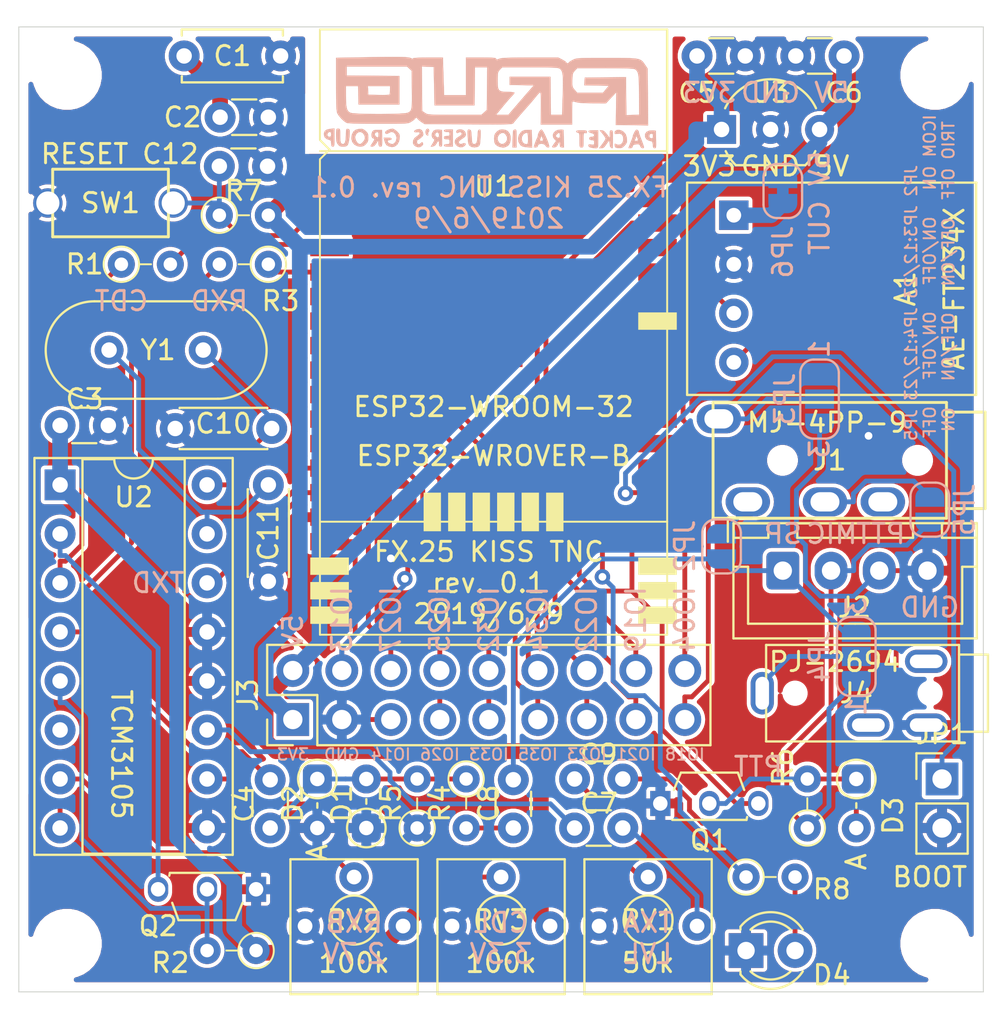
<source format=kicad_pcb>
(kicad_pcb (version 20171130) (host pcbnew "(5.1.2)-1")
  (layers (0 F.Cu signal) (31 B.Cu signal) (34 B.Paste user) (35 F.Paste user) (36 B.SilkS user) (37 F.SilkS user) (38 B.Mask user) (39 F.Mask user) (44 Edge.Cuts user))
  (net 0 "")
  (net 1 +5V)
  (net 2 GND)
  (net 3 +3V3)
  (net 4 "Net-(C4-Pad2)")
  (net 5 "Net-(C4-Pad1)")
  (net 6 "Net-(C7-Pad2)")
  (net 7 "Net-(C7-Pad1)")
  (net 8 "Net-(C8-Pad1)")
  (net 9 /SP)
  (net 10 "Net-(C9-Pad2)")
  (net 11 "Net-(D3-Pad1)")
  (net 12 /PTT)
  (net 13 "Net-(D4-Pad2)")
  (net 14 "Net-(JP1-Pad1)")
  (net 15 "Net-(R1-Pad2)")
  (net 16 "Net-(R3-Pad1)")
  (net 17 "Net-(U1-Pad17)")
  (net 18 "Net-(U1-Pad18)")
  (net 19 "Net-(U1-Pad19)")
  (net 20 "Net-(U1-Pad20)")
  (net 21 "Net-(U1-Pad21)")
  (net 22 "Net-(U1-Pad22)")
  (net 23 "Net-(U1-Pad27)")
  (net 24 "Net-(U1-Pad28)")
  (net 25 "Net-(U2-Pad6)")
  (net 26 "Net-(U1-Pad29)")
  (net 27 /MIC)
  (net 28 TXD0)
  (net 29 RXD0)
  (net 30 "Net-(C10-Pad2)")
  (net 31 "Net-(C11-Pad2)")
  (net 32 IO13)
  (net 33 IO26)
  (net 34 "Net-(Q2-Pad2)")
  (net 35 "Net-(Q2-Pad3)")
  (net 36 CDT)
  (net 37 RXD)
  (net 38 LED)
  (net 39 "Net-(RV2-Pad2)")
  (net 40 "Net-(RV3-Pad2)")
  (net 41 TXD)
  (net 42 IO25)
  (net 43 IO4)
  (net 44 IO18)
  (net 45 IO19)
  (net 46 IO21)
  (net 47 IO27)
  (net 48 IO33)
  (net 49 IO34)
  (net 50 IO35)
  (net 51 IO14)
  (net 52 IO32)
  (net 53 IO23)
  (net 54 IO22)
  (net 55 "Net-(J1-Pad1)")
  (net 56 "Net-(J1-Pad4)")
  (net 57 "Net-(J1-Pad3)")
  (net 58 "Net-(J1-Pad2)")
  (net 59 "Net-(J4-Pad3)")
  (net 60 "Net-(J4-Pad4)")
  (net 61 "Net-(J4-Pad2)")
  (net 62 "Net-(A1-Pad1)")
  (net 63 PTT0)
  (net 64 "Net-(C12-Pad2)")
  (module MountingHole:MountingHole_3.2mm_M3 (layer F.Cu) (at 147.5 147.5)
    (fp_text reference MH4 hide)
    (fp_text value MountingHole_3.2mm_M3 hide)
    (pad "" np_thru_hole circle (at 0 0) (size 3.2 3.2) (drill 3.2) (layers *.Cu *.Mask))
  )
  (module myfootprint:pruglogo-large (layer B.Cu) (at 124.365 104.045 180)
    (fp_text reference G*** hide)
    (fp_text value LOGO hide)
  )
  (module MountingHole:MountingHole_3.2mm_M3 (layer F.Cu) (at 102.5 102.5)
    (fp_text reference MH1 hide)
    (fp_text value MountingHole_3.2mm_M3 hide)
    (pad "" np_thru_hole circle (at 0 0) (size 3.2 3.2) (drill 3.2) (layers *.Cu *.Mask))
  )
  (module myfootprint:R_Axial_DIN0204_L3.6mm_D1.6mm_P2.54mm_Vertical (layer F.Cu) (at 110.395 109.76)
    (fp_text reference R7 (at 1.27 -1.27) (layer F.SilkS))
    (fp_text value 10k)
    (pad 2 thru_hole circle (at 2.54 0) (size 1.4 1.4) (drill 0.7) (layers *.Cu *.Mask) (net 3 +3V3))
    (pad 1 thru_hole circle (at 0 0) (size 1.4 1.4) (drill 0.7) (layers *.Cu *.Mask) (net 64 "Net-(C12-Pad2)"))
  )
  (module MountingHole:MountingHole_3.2mm_M3 (layer F.Cu) (at 147.5 102.5)
    (fp_text reference MH2 hide)
    (fp_text value MountingHole_3.2mm_M3 hide)
    (pad "" np_thru_hole circle (at 0 0) (size 3.2 3.2) (drill 3.2) (layers *.Cu *.Mask))
  )
  (module MountingHole:MountingHole_3.2mm_M3 (layer F.Cu) (at 102.5 147.5)
    (fp_text reference MH3 hide)
    (fp_text value MountingHole_3.2mm_M3 hide)
    (pad "" np_thru_hole circle (at 0 0) (size 3.2 3.2) (drill 3.2) (layers *.Cu *.Mask))
  )
  (module myfootprint:AE-FT234X (layer F.Cu) (at 137.065 109.76 270)
    (fp_text reference A1 (at 3.81 -8.89 90) (layer F.SilkS))
    (fp_text value AE-FT234X (at 3.81 -11.43 90) (layer F.SilkS))
    (pad 4 thru_hole circle (at 7.62 0 270) (size 1.524 1.524) (drill 0.762) (layers *.Cu *.Mask) (net 28 TXD0))
    (pad 3 thru_hole circle (at 5.08 0 270) (size 1.524 1.524) (drill 0.762) (layers *.Cu *.Mask) (net 29 RXD0))
    (pad 2 thru_hole circle (at 2.54 0 270) (size 1.524 1.524) (drill 0.762) (layers *.Cu *.Mask) (net 2 GND))
    (pad 1 thru_hole rect (at 0 0 270) (size 1.524 1.524) (drill 0.762) (layers *.Cu *.Mask) (net 62 "Net-(A1-Pad1)"))
  )
  (module Capacitor_THT:C_Disc_D5.0mm_W2.5mm_P5.00mm (layer F.Cu) (at 108.57 101.505)
    (fp_text reference C1 (at 2.5 0) (layer F.SilkS))
    (fp_text value 10u)
    (pad 2 thru_hole circle (at 5 0) (size 1.6 1.6) (drill 0.8) (layers *.Cu *.Mask) (net 2 GND))
    (pad 1 thru_hole circle (at 0 0) (size 1.6 1.6) (drill 0.8) (layers *.Cu *.Mask) (net 3 +3V3))
  )
  (module Capacitor_THT:C_Disc_D3.0mm_W1.6mm_P2.50mm (layer F.Cu) (at 110.435 104.68)
    (fp_text reference C2 (at -1.945 0) (layer F.SilkS))
    (fp_text value 0.1u)
    (pad 2 thru_hole circle (at 2.5 0) (size 1.6 1.6) (drill 0.8) (layers *.Cu *.Mask) (net 2 GND))
    (pad 1 thru_hole circle (at 0 0) (size 1.6 1.6) (drill 0.8) (layers *.Cu *.Mask) (net 3 +3V3))
  )
  (module Capacitor_THT:C_Disc_D3.0mm_W1.6mm_P2.50mm (layer F.Cu) (at 102.14 120.65)
    (fp_text reference C3 (at 1.27 -1.365) (layer F.SilkS))
    (fp_text value 1u)
    (pad 2 thru_hole circle (at 2.5 0) (size 1.6 1.6) (drill 0.8) (layers *.Cu *.Mask) (net 2 GND))
    (pad 1 thru_hole circle (at 0 0) (size 1.6 1.6) (drill 0.8) (layers *.Cu *.Mask) (net 1 +5V))
  )
  (module Capacitor_THT:C_Disc_D3.0mm_W1.6mm_P2.50mm (layer F.Cu) (at 113.03 141.51 90)
    (fp_text reference C4 (at 1.25 -1.365 90) (layer F.SilkS))
    (fp_text value 0.1u)
    (pad 2 thru_hole circle (at 2.5 0 90) (size 1.6 1.6) (drill 0.8) (layers *.Cu *.Mask) (net 4 "Net-(C4-Pad2)"))
    (pad 1 thru_hole circle (at 0 0 90) (size 1.6 1.6) (drill 0.8) (layers *.Cu *.Mask) (net 5 "Net-(C4-Pad1)"))
  )
  (module Capacitor_THT:C_Disc_D3.0mm_W1.6mm_P2.50mm (layer F.Cu) (at 135.16 101.505)
    (fp_text reference C5 (at 0 1.905) (layer F.SilkS))
    (fp_text value 1u)
    (pad 2 thru_hole circle (at 2.5 0) (size 1.6 1.6) (drill 0.8) (layers *.Cu *.Mask) (net 2 GND))
    (pad 1 thru_hole circle (at 0 0) (size 1.6 1.6) (drill 0.8) (layers *.Cu *.Mask) (net 3 +3V3))
  )
  (module Capacitor_THT:C_Disc_D3.0mm_W1.6mm_P2.50mm (layer F.Cu) (at 142.78 101.505 180)
    (fp_text reference C6 (at 0 -1.905) (layer F.SilkS))
    (fp_text value 0.1u)
    (pad 2 thru_hole circle (at 2.5 0 180) (size 1.6 1.6) (drill 0.8) (layers *.Cu *.Mask) (net 2 GND))
    (pad 1 thru_hole circle (at 0 0 180) (size 1.6 1.6) (drill 0.8) (layers *.Cu *.Mask) (net 1 +5V))
  )
  (module Capacitor_THT:C_Disc_D3.0mm_W1.6mm_P2.50mm (layer F.Cu) (at 131.31 141.51 180)
    (fp_text reference C7 (at 1.23 1.27) (layer F.SilkS))
    (fp_text value 0.1u)
    (pad 2 thru_hole circle (at 2.5 0 180) (size 1.6 1.6) (drill 0.8) (layers *.Cu *.Mask) (net 6 "Net-(C7-Pad2)"))
    (pad 1 thru_hole circle (at 0 0 180) (size 1.6 1.6) (drill 0.8) (layers *.Cu *.Mask) (net 7 "Net-(C7-Pad1)"))
  )
  (module Capacitor_THT:C_Disc_D3.0mm_W1.6mm_P2.50mm (layer F.Cu) (at 125.635 141.51 90)
    (fp_text reference C8 (at 1.27 -1.27 90) (layer F.SilkS))
    (fp_text value 0.1u)
    (pad 2 thru_hole circle (at 2.5 0 90) (size 1.6 1.6) (drill 0.8) (layers *.Cu *.Mask) (net 9 /SP))
    (pad 1 thru_hole circle (at 0 0 90) (size 1.6 1.6) (drill 0.8) (layers *.Cu *.Mask) (net 8 "Net-(C8-Pad1)"))
  )
  (module Capacitor_THT:C_Disc_D3.0mm_W1.6mm_P2.50mm (layer F.Cu) (at 131.31 138.97 180)
    (fp_text reference C9 (at 1.25 1.27) (layer F.SilkS))
    (fp_text value 0.1u)
    (pad 2 thru_hole circle (at 2.5 0 180) (size 1.6 1.6) (drill 0.8) (layers *.Cu *.Mask) (net 10 "Net-(C9-Pad2)"))
    (pad 1 thru_hole circle (at 0 0 180) (size 1.6 1.6) (drill 0.8) (layers *.Cu *.Mask) (net 27 /MIC))
  )
  (module LED_THT:LED_D3.0mm (layer F.Cu) (at 137.7 147.86)
    (fp_text reference D4 (at 4.445 1.27) (layer F.SilkS))
    (fp_text value CDT)
    (pad 2 thru_hole circle (at 2.54 0) (size 1.8 1.8) (drill 0.9) (layers *.Cu *.Mask) (net 13 "Net-(D4-Pad2)"))
    (pad 1 thru_hole rect (at 0 0) (size 1.8 1.8) (drill 0.9) (layers *.Cu *.Mask) (net 2 GND))
  )
  (module MJ-4PP-9:MJ-4PP-9 (layer F.Cu) (at 142.04 122.51 180)
    (fp_text reference J1 (at 0 0.05) (layer F.SilkS))
    (fp_text value MJ-4PP-9)
    (pad 1 thru_hole oval (at 5.75 2.2 180) (size 2.3 1.5) (drill oval 1.5 1) (layers *.Cu *.Mask) (net 55 "Net-(J1-Pad1)"))
    (pad 4 thru_hole oval (at 4.25 -2.1 180) (size 2.3 1.5) (drill oval 1.5 1) (layers *.Cu *.Mask) (net 56 "Net-(J1-Pad4)"))
    (pad 3 thru_hole oval (at 0.25 -2.1 180) (size 2.3 1.5) (drill oval 1.5 1) (layers *.Cu *.Mask) (net 57 "Net-(J1-Pad3)"))
    (pad 2 thru_hole oval (at -2.75 -2.1 180) (size 2.3 1.5) (drill oval 1.5 1) (layers *.Cu *.Mask) (net 58 "Net-(J1-Pad2)"))
    (pad "" np_thru_hole circle (at 2.45 0.05 180) (size 1.2 1.2) (drill 1.2) (layers *.Cu *.Mask))
    (pad "" np_thru_hole circle (at -4.55 0.05 180) (size 1.2 1.2) (drill 1.2) (layers *.Cu *.Mask))
  )
  (module Connector_JST:JST_XH_B4B-XH-A_1x04_P2.50mm_Vertical (layer F.Cu) (at 139.605 128.175)
    (fp_text reference J2 (at 3.715 1.905) (layer F.SilkS))
    (fp_text value Conn_01x04)
    (pad 4 thru_hole oval (at 7.5 0) (size 1.7 1.95) (drill 0.95) (layers *.Cu *.Mask) (net 2 GND))
    (pad 3 thru_hole oval (at 5 0) (size 1.7 1.95) (drill 0.95) (layers *.Cu *.Mask) (net 12 /PTT))
    (pad 2 thru_hole oval (at 2.5 0) (size 1.7 1.95) (drill 0.95) (layers *.Cu *.Mask) (net 27 /MIC))
    (pad 1 thru_hole roundrect (at 0 0) (size 1.7 1.95) (drill 0.95) (layers *.Cu *.Mask) (roundrect_rratio 0.147059) (net 9 /SP))
  )
  (module Connector_PinHeader_2.54mm:PinHeader_1x02_P2.54mm_Vertical (layer F.Cu) (at 147.86 138.97)
    (fp_text reference JP1 (at 0 -2.33) (layer F.SilkS))
    (fp_text value BOOT)
    (pad 2 thru_hole oval (at 0 2.54) (size 1.7 1.7) (drill 1) (layers *.Cu *.Mask) (net 2 GND))
    (pad 1 thru_hole rect (at 0 0) (size 1.7 1.7) (drill 1) (layers *.Cu *.Mask) (net 14 "Net-(JP1-Pad1)"))
  )
  (module Package_DIP:DIP-16_W7.62mm_Socket (layer F.Cu) (at 102.14 123.73)
    (fp_text reference U2 (at 3.81 0.635) (layer F.SilkS))
    (fp_text value TCM3105 (at 3.175 13.97 270 unlocked) (layer F.SilkS))
    (pad 16 thru_hole oval (at 7.62 0) (size 1.6 1.6) (drill 0.8) (layers *.Cu *.Mask) (net 30 "Net-(C10-Pad2)"))
    (pad 8 thru_hole oval (at 0 17.78) (size 1.6 1.6) (drill 0.8) (layers *.Cu *.Mask) (net 37 RXD))
    (pad 15 thru_hole oval (at 7.62 2.54) (size 1.6 1.6) (drill 0.8) (layers *.Cu *.Mask) (net 31 "Net-(C11-Pad2)"))
    (pad 7 thru_hole oval (at 0 15.24) (size 1.6 1.6) (drill 0.8) (layers *.Cu *.Mask) (net 39 "Net-(RV2-Pad2)"))
    (pad 14 thru_hole oval (at 7.62 5.08) (size 1.6 1.6) (drill 0.8) (layers *.Cu *.Mask) (net 41 TXD))
    (pad 6 thru_hole oval (at 0 12.7) (size 1.6 1.6) (drill 0.8) (layers *.Cu *.Mask) (net 25 "Net-(U2-Pad6)"))
    (pad 13 thru_hole oval (at 7.62 7.62) (size 1.6 1.6) (drill 0.8) (layers *.Cu *.Mask) (net 2 GND))
    (pad 5 thru_hole oval (at 0 10.16) (size 1.6 1.6) (drill 0.8) (layers *.Cu *.Mask) (net 34 "Net-(Q2-Pad2)"))
    (pad 12 thru_hole oval (at 7.62 10.16) (size 1.6 1.6) (drill 0.8) (layers *.Cu *.Mask) (net 2 GND))
    (pad 4 thru_hole oval (at 0 7.62) (size 1.6 1.6) (drill 0.8) (layers *.Cu *.Mask) (net 4 "Net-(C4-Pad2)"))
    (pad 11 thru_hole oval (at 7.62 12.7) (size 1.6 1.6) (drill 0.8) (layers *.Cu *.Mask) (net 6 "Net-(C7-Pad2)"))
    (pad 3 thru_hole oval (at 0 5.08) (size 1.6 1.6) (drill 0.8) (layers *.Cu *.Mask) (net 36 CDT))
    (pad 10 thru_hole oval (at 7.62 15.24) (size 1.6 1.6) (drill 0.8) (layers *.Cu *.Mask) (net 40 "Net-(RV3-Pad2)"))
    (pad 2 thru_hole oval (at 0 2.54) (size 1.6 1.6) (drill 0.8) (layers *.Cu *.Mask) (net 35 "Net-(Q2-Pad3)"))
    (pad 9 thru_hole oval (at 7.62 17.78) (size 1.6 1.6) (drill 0.8) (layers *.Cu *.Mask) (net 2 GND))
    (pad 1 thru_hole rect (at 0 0) (size 1.6 1.6) (drill 0.8) (layers *.Cu *.Mask) (net 1 +5V))
  )
  (module myfootprint:BOURNS_362P (layer F.Cu) (at 132.62 144.05)
    (fp_text reference RV1 (at 0 2.23) (layer F.SilkS))
    (fp_text value 50k (at 0 4.445) (layer F.SilkS))
    (pad 3 thru_hole circle (at 2.54 2.54) (size 1.524 1.524) (drill 0.762) (layers *.Cu *.Mask) (net 7 "Net-(C7-Pad1)"))
    (pad 1 thru_hole circle (at -2.54 2.54) (size 1.524 1.524) (drill 0.762) (layers *.Cu *.Mask) (net 2 GND))
    (pad 2 thru_hole circle (at 0 0) (size 1.524 1.524) (drill 0.762) (layers *.Cu *.Mask) (net 10 "Net-(C9-Pad2)"))
  )
  (module Package_TO_SOT_THT:TO-92_Inline_Wide (layer F.Cu) (at 136.43 105.315)
    (fp_text reference U3 (at 2.54 -1.905) (layer F.SilkS))
    (fp_text value LP2950-3.3_TO92)
    (pad 1 thru_hole rect (at 0 0 90) (size 1.5 1.5) (drill 0.8) (layers *.Cu *.Mask) (net 3 +3V3))
    (pad 3 thru_hole circle (at 5.08 0 90) (size 1.5 1.5) (drill 0.8) (layers *.Cu *.Mask) (net 1 +5V))
    (pad 2 thru_hole circle (at 2.54 0 90) (size 1.5 1.5) (drill 0.8) (layers *.Cu *.Mask) (net 2 GND))
  )
  (module myfootprint:ESP32-WROVER (layer F.Cu) (at 124.61 115.879)
    (fp_text reference U1 (at 0 -7.62 180) (layer F.SilkS))
    (fp_text value ESP32-WROOM-32 (at 0 3.81) (layer F.SilkS))
    (fp_text user ESP32-WROVER-B (at 0 6.35) (layer F.SilkS))
    (pad "" smd rect (at 3.175 9.255 90) (size 2 0.9) (layers F.SilkS))
    (pad "" smd rect (at 1.905 9.255 90) (size 2 0.9) (layers F.SilkS))
    (pad "" smd rect (at 0.635 9.255 90) (size 2 0.9) (layers F.SilkS))
    (pad "" smd rect (at -0.635 9.255 90) (size 2 0.9) (layers F.SilkS))
    (pad "" smd rect (at -1.905 9.255 90) (size 2 0.9) (layers F.SilkS))
    (pad "" smd rect (at -3.175 9.255 90) (size 2 0.9) (layers F.SilkS))
    (pad 20 smd rect (at 8.5 14.605) (size 2 0.9) (layers F.SilkS) (net 20 "Net-(U1-Pad20)"))
    (pad 21 smd rect (at 8.5 13.335) (size 2 0.9) (layers F.SilkS) (net 21 "Net-(U1-Pad21)"))
    (pad 22 smd rect (at 8.5 12.065) (size 2 0.9) (layers F.SilkS) (net 22 "Net-(U1-Pad22)"))
    (pad 19 smd rect (at -8.5 14.605) (size 2 0.9) (layers F.SilkS) (net 19 "Net-(U1-Pad19)"))
    (pad 18 smd rect (at -8.5 13.335) (size 2 0.9) (layers F.SilkS) (net 18 "Net-(U1-Pad18)"))
    (pad 17 smd rect (at -8.5 12.065) (size 2 0.9) (layers F.SilkS) (net 17 "Net-(U1-Pad17)"))
    (pad 24 smd rect (at 8.5 9.525) (size 2 0.9) (layers F.Cu F.Paste F.Mask) (net 38 LED))
    (pad 23 smd rect (at 8.5 10.795) (size 2 0.9) (layers F.Cu F.Paste F.Mask) (net 63 PTT0))
    (pad 16 smd rect (at -8.5 10.795) (size 2 0.9) (layers F.Cu F.Paste F.Mask) (net 32 IO13))
    (pad 15 smd rect (at -8.5 9.525) (size 2 0.9) (layers F.Cu F.Paste F.Mask) (net 2 GND))
    (pad 38 smd rect (at 8.5 -8.255) (size 2 0.9) (layers F.Cu F.Paste F.Mask) (net 2 GND))
    (pad 37 smd rect (at 8.5 -6.985) (size 2 0.9) (layers F.Cu F.Paste F.Mask) (net 53 IO23))
    (pad 36 smd rect (at 8.5 -5.715) (size 2 0.9) (layers F.Cu F.Paste F.Mask) (net 54 IO22))
    (pad 35 smd rect (at 8.5 -4.445) (size 2 0.9) (layers F.Cu F.Paste F.Mask) (net 28 TXD0))
    (pad 34 smd rect (at 8.5 -3.175) (size 2 0.9) (layers F.Cu F.Paste F.Mask) (net 29 RXD0))
    (pad 33 smd rect (at 8.5 -1.905) (size 2 0.9) (layers F.Cu F.Paste F.Mask) (net 46 IO21))
    (pad "" smd rect (at 8.5 -0.635) (size 2 0.9) (layers F.SilkS))
    (pad 31 smd rect (at 8.5 0.635) (size 2 0.9) (layers F.Cu F.Paste F.Mask) (net 45 IO19))
    (pad 30 smd rect (at 8.5 1.905) (size 2 0.9) (layers F.Cu F.Paste F.Mask) (net 44 IO18))
    (pad 29 smd rect (at 8.5 3.175) (size 2 0.9) (layers F.Cu F.Paste F.Mask) (net 26 "Net-(U1-Pad29)"))
    (pad 28 smd rect (at 8.5 4.445) (size 2 0.9) (layers F.Cu F.Paste F.Mask) (net 24 "Net-(U1-Pad28)"))
    (pad 27 smd rect (at 8.5 5.715) (size 2 0.9) (layers F.Cu F.Paste F.Mask) (net 23 "Net-(U1-Pad27)"))
    (pad 26 smd rect (at 8.5 6.985) (size 2 0.9) (layers F.Cu F.Paste F.Mask) (net 43 IO4))
    (pad 25 smd rect (at 8.5 8.255) (size 2 0.9) (layers F.Cu F.Paste F.Mask) (net 14 "Net-(JP1-Pad1)"))
    (pad 24 smd rect (at 5.715 9.255 90) (size 2 0.9) (layers F.Cu F.Paste F.Mask) (net 38 LED))
    (pad 23 smd rect (at 4.445 9.255 90) (size 2 0.9) (layers F.Cu F.Paste F.Mask) (net 63 PTT0))
    (pad 16 smd rect (at -4.445 9.255 90) (size 2 0.9) (layers F.Cu F.Paste F.Mask) (net 32 IO13))
    (pad 15 smd rect (at -5.715 9.255 90) (size 2 0.9) (layers F.Cu F.Paste F.Mask) (net 2 GND))
    (pad 14 smd rect (at -8.5 8.255) (size 2 0.9) (layers F.Cu F.Paste F.Mask) (net 41 TXD))
    (pad 13 smd rect (at -8.5 6.985) (size 2 0.9) (layers F.Cu F.Paste F.Mask) (net 51 IO14))
    (pad 12 smd rect (at -8.5 5.715) (size 2 0.9) (layers F.Cu F.Paste F.Mask) (net 47 IO27))
    (pad 11 smd rect (at -8.5 4.445) (size 2 0.9) (layers F.Cu F.Paste F.Mask) (net 33 IO26))
    (pad 10 smd rect (at -8.5 3.175) (size 2 0.9) (layers F.Cu F.Paste F.Mask) (net 42 IO25))
    (pad 9 smd rect (at -8.5 1.905) (size 2 0.9) (layers F.Cu F.Paste F.Mask) (net 48 IO33))
    (pad 8 smd rect (at -8.5 0.635) (size 2 0.9) (layers F.Cu F.Paste F.Mask) (net 52 IO32))
    (pad 7 smd rect (at -8.5 -0.635) (size 2 0.9) (layers F.Cu F.Paste F.Mask) (net 50 IO35))
    (pad 6 smd rect (at -8.5 -1.905) (size 2 0.9) (layers F.Cu F.Paste F.Mask) (net 49 IO34))
    (pad 5 smd rect (at -8.5 -3.175) (size 2 0.9) (layers F.Cu F.Paste F.Mask) (net 16 "Net-(R3-Pad1)"))
    (pad 4 smd rect (at -8.5 -4.445) (size 2 0.9) (layers F.Cu F.Paste F.Mask) (net 15 "Net-(R1-Pad2)"))
    (pad 3 smd rect (at -8.5 -5.715) (size 2 0.9) (layers F.Cu F.Paste F.Mask) (net 64 "Net-(C12-Pad2)"))
    (pad 2 smd rect (at -8.5 -6.985) (size 2 0.9) (layers F.Cu F.Paste F.Mask) (net 3 +3V3))
    (pad 1 smd rect (at -8.5 -8.255) (size 2 0.9) (layers F.Cu F.Paste F.Mask) (net 2 GND))
    (pad 39 smd rect (at -1 -0.755) (size 5 5) (layers F.Cu F.Paste F.Mask))
  )
  (module myfootprint:TACTSW_6x3.5mm_TH (layer F.Cu) (at 104.755 109.125)
    (fp_text reference SW1 (at 0 0 unlocked) (layer F.SilkS))
    (fp_text value RESET)
    (pad 1 thru_hole circle (at -3.25 0) (size 1.524 1.524) (drill 1.2) (layers *.Cu *.Mask) (net 2 GND))
    (pad 2 thru_hole circle (at 3.25 0) (size 1.524 1.524) (drill 1.2) (layers *.Cu *.Mask) (net 64 "Net-(C12-Pad2)"))
  )
  (module myfootprint:R_Axial_DIN0204_L3.6mm_D1.6mm_P2.54mm_Vertical (layer F.Cu) (at 105.315 112.3)
    (fp_text reference R1 (at -1.905 0) (layer F.SilkS))
    (fp_text value 10k)
    (pad 2 thru_hole circle (at 2.54 0) (size 1.4 1.4) (drill 0.7) (layers *.Cu *.Mask) (net 15 "Net-(R1-Pad2)"))
    (pad 1 thru_hole circle (at 0 0) (size 1.4 1.4) (drill 0.7) (layers *.Cu *.Mask) (net 36 CDT))
  )
  (module myfootprint:R_Axial_DIN0204_L3.6mm_D1.6mm_P2.54mm_Vertical (layer F.Cu) (at 112.3 147.86 180)
    (fp_text reference R2 (at 4.445 -0.635) (layer F.SilkS))
    (fp_text value 100k)
    (pad 2 thru_hole circle (at 2.54 0 180) (size 1.4 1.4) (drill 0.7) (layers *.Cu *.Mask) (net 34 "Net-(Q2-Pad2)"))
    (pad 1 thru_hole circle (at 0 0 180) (size 1.4 1.4) (drill 0.7) (layers *.Cu *.Mask) (net 1 +5V))
  )
  (module myfootprint:R_Axial_DIN0204_L3.6mm_D1.6mm_P2.54mm_Vertical (layer F.Cu) (at 112.935 112.3 180)
    (fp_text reference R3 (at -0.635 -1.905) (layer F.SilkS))
    (fp_text value 10k)
    (pad 2 thru_hole circle (at 2.54 0 180) (size 1.4 1.4) (drill 0.7) (layers *.Cu *.Mask) (net 37 RXD))
    (pad 1 thru_hole circle (at 0 0 180) (size 1.4 1.4) (drill 0.7) (layers *.Cu *.Mask) (net 16 "Net-(R3-Pad1)"))
  )
  (module myfootprint:R_Axial_DIN0204_L3.6mm_D1.6mm_P2.54mm_Vertical (layer F.Cu) (at 123.19 138.97 270)
    (fp_text reference R4 (at 1.27 1.365 90) (layer F.SilkS))
    (fp_text value 10k)
    (pad 2 thru_hole circle (at 2.54 0 270) (size 1.4 1.4) (drill 0.7) (layers *.Cu *.Mask) (net 8 "Net-(C8-Pad1)"))
    (pad 1 thru_hole circle (at 0 0 270) (size 1.4 1.4) (drill 0.7) (layers *.Cu *.Mask) (net 5 "Net-(C4-Pad1)"))
  )
  (module myfootprint:R_Axial_DIN0204_L3.6mm_D1.6mm_P2.54mm_Vertical (layer F.Cu) (at 120.65 141.51 90)
    (fp_text reference R5 (at 1.27 -1.365 90) (layer F.SilkS))
    (fp_text value 10k)
    (pad 2 thru_hole circle (at 2.54 0 90) (size 1.4 1.4) (drill 0.7) (layers *.Cu *.Mask) (net 5 "Net-(C4-Pad1)"))
    (pad 1 thru_hole circle (at 0 0 90) (size 1.4 1.4) (drill 0.7) (layers *.Cu *.Mask) (net 2 GND))
  )
  (module myfootprint:R_Axial_DIN0204_L3.6mm_D1.6mm_P2.54mm_Vertical (layer F.Cu) (at 140.875 141.51 90)
    (fp_text reference R6 (at 3.175 -1.27 90) (layer F.SilkS))
    (fp_text value 10k)
    (pad 2 thru_hole circle (at 2.54 0 90) (size 1.4 1.4) (drill 0.7) (layers *.Cu *.Mask) (net 11 "Net-(D3-Pad1)"))
    (pad 1 thru_hole circle (at 0 0 90) (size 1.4 1.4) (drill 0.7) (layers *.Cu *.Mask) (net 27 /MIC))
  )
  (module myfootprint:R_Axial_DIN0204_L3.6mm_D1.6mm_P2.54mm_Vertical (layer F.Cu) (at 137.7 144.05)
    (fp_text reference R8 (at 4.445 0.635) (layer F.SilkS))
    (fp_text value 1k)
    (pad 2 thru_hole circle (at 2.54 0) (size 1.4 1.4) (drill 0.7) (layers *.Cu *.Mask) (net 13 "Net-(D4-Pad2)"))
    (pad 1 thru_hole circle (at 0 0) (size 1.4 1.4) (drill 0.7) (layers *.Cu *.Mask) (net 38 LED))
  )
  (module myfootprint:D_DO-34_SOD68_P2.54mm_Vertical_AnodeUp (layer F.Cu) (at 118.015 141.51 90)
    (fp_text reference D1 (at 1.27 -1.27 90) (layer F.SilkS))
    (fp_text value 1SS178)
    (pad 2 thru_hole oval (at 2.54 0 90) (size 1.5 1.5) (drill 0.75) (layers *.Cu *.Mask) (net 5 "Net-(C4-Pad1)"))
    (pad 1 thru_hole roundrect (at 0 0 90) (size 1.5 1.5) (drill 0.75) (layers *.Cu *.Mask) (net 2 GND))
  )
  (module myfootprint:D_DO-34_SOD68_P2.54mm_Vertical_AnodeUp (layer F.Cu) (at 115.475 138.97 270)
    (fp_text reference D2 (at 1.27 1.27 90) (layer F.SilkS))
    (fp_text value 1SS178)
    (fp_text user A (at 3.81 0 90) (layer F.SilkS))
    (pad 2 thru_hole oval (at 2.54 0 270) (size 1.5 1.5) (drill 0.75) (layers *.Cu *.Mask) (net 2 GND))
    (pad 1 thru_hole roundrect (at 0 0 270) (size 1.5 1.5) (drill 0.75) (layers *.Cu *.Mask) (net 5 "Net-(C4-Pad1)"))
  )
  (module myfootprint:D_DO-34_SOD68_P2.54mm_Vertical_AnodeUp (layer F.Cu) (at 143.415 138.97 270)
    (fp_text reference D3 (at 1.905 -1.905 90) (layer F.SilkS))
    (fp_text value 1SS178)
    (fp_text user A (at 4.29 0 90) (layer F.SilkS))
    (pad 2 thru_hole oval (at 2.54 0 270) (size 1.5 1.5) (drill 0.75) (layers *.Cu *.Mask) (net 12 /PTT))
    (pad 1 thru_hole roundrect (at 0 0 270) (size 1.5 1.5) (drill 0.75) (layers *.Cu *.Mask) (net 11 "Net-(D3-Pad1)"))
  )
  (module Connector_PinHeader_2.54mm:PinHeader_2x09_P2.54mm_Vertical (layer F.Cu) (at 114.205 135.89 90)
    (fp_text reference J3 (at 1.27 -2.33 90) (layer F.SilkS))
    (fp_text value Conn_02x09_Odd_Even)
    (pad 1 thru_hole rect (at 0 0 90) (size 1.7 1.7) (drill 1) (layers *.Cu *.Mask) (net 3 +3V3))
    (pad 2 thru_hole oval (at 2.54 0 90) (size 1.7 1.7) (drill 1) (layers *.Cu *.Mask) (net 1 +5V))
    (pad 3 thru_hole oval (at 0 2.54 90) (size 1.7 1.7) (drill 1) (layers *.Cu *.Mask) (net 2 GND))
    (pad 4 thru_hole oval (at 2.54 2.54 90) (size 1.7 1.7) (drill 1) (layers *.Cu *.Mask) (net 32 IO13))
    (pad 5 thru_hole oval (at 0 5.08 90) (size 1.7 1.7) (drill 1) (layers *.Cu *.Mask) (net 51 IO14))
    (pad 6 thru_hole oval (at 2.54 5.08 90) (size 1.7 1.7) (drill 1) (layers *.Cu *.Mask) (net 47 IO27))
    (pad 7 thru_hole oval (at 0 7.62 90) (size 1.7 1.7) (drill 1) (layers *.Cu *.Mask) (net 33 IO26))
    (pad 8 thru_hole oval (at 2.54 7.62 90) (size 1.7 1.7) (drill 1) (layers *.Cu *.Mask) (net 42 IO25))
    (pad 9 thru_hole oval (at 0 10.16 90) (size 1.7 1.7) (drill 1) (layers *.Cu *.Mask) (net 48 IO33))
    (pad 10 thru_hole oval (at 2.54 10.16 90) (size 1.7 1.7) (drill 1) (layers *.Cu *.Mask) (net 52 IO32))
    (pad 11 thru_hole oval (at 0 12.7 90) (size 1.7 1.7) (drill 1) (layers *.Cu *.Mask) (net 50 IO35))
    (pad 12 thru_hole oval (at 2.54 12.7 90) (size 1.7 1.7) (drill 1) (layers *.Cu *.Mask) (net 49 IO34))
    (pad 13 thru_hole oval (at 0 15.24 90) (size 1.7 1.7) (drill 1) (layers *.Cu *.Mask) (net 53 IO23))
    (pad 14 thru_hole oval (at 2.54 15.24 90) (size 1.7 1.7) (drill 1) (layers *.Cu *.Mask) (net 54 IO22))
    (pad 15 thru_hole oval (at 0 17.78 90) (size 1.7 1.7) (drill 1) (layers *.Cu *.Mask) (net 46 IO21))
    (pad 16 thru_hole oval (at 2.54 17.78 90) (size 1.7 1.7) (drill 1) (layers *.Cu *.Mask) (net 45 IO19))
    (pad 17 thru_hole oval (at 0 20.32 90) (size 1.7 1.7) (drill 1) (layers *.Cu *.Mask) (net 44 IO18))
    (pad 18 thru_hole oval (at 2.54 20.32 90) (size 1.7 1.7) (drill 1) (layers *.Cu *.Mask) (net 43 IO4))
  )
  (module myfootprint:BOURNS_362P (layer F.Cu) (at 117.38 144.05)
    (fp_text reference RV2 (at 0 2.23) (layer F.SilkS))
    (fp_text value 100k (at 0 4.445) (layer F.SilkS))
    (pad 3 thru_hole circle (at 2.54 2.54) (size 1.524 1.524) (drill 0.762) (layers *.Cu *.Mask) (net 1 +5V))
    (pad 1 thru_hole circle (at -2.54 2.54) (size 1.524 1.524) (drill 0.762) (layers *.Cu *.Mask) (net 2 GND))
    (pad 2 thru_hole circle (at 0 0) (size 1.524 1.524) (drill 0.762) (layers *.Cu *.Mask) (net 39 "Net-(RV2-Pad2)"))
  )
  (module myfootprint:BOURNS_362P (layer F.Cu) (at 125 144.05)
    (fp_text reference RV3 (at 0 2.23) (layer F.SilkS))
    (fp_text value 100k (at 0 4.445) (layer F.SilkS))
    (pad 2 thru_hole circle (at 0 0) (size 1.524 1.524) (drill 0.762) (layers *.Cu *.Mask) (net 40 "Net-(RV3-Pad2)"))
    (pad 1 thru_hole circle (at -2.54 2.54) (size 1.524 1.524) (drill 0.762) (layers *.Cu *.Mask) (net 2 GND))
    (pad 3 thru_hole circle (at 2.54 2.54) (size 1.524 1.524) (drill 0.762) (layers *.Cu *.Mask) (net 1 +5V))
  )
  (module Crystal:Crystal_HC49-4H_Vertical (layer F.Cu) (at 109.56 116.745 180)
    (fp_text reference Y1 (at 2.34 0) (layer F.SilkS))
    (fp_text value 4.4336MHz)
    (pad 1 thru_hole circle (at 0 0 180) (size 1.5 1.5) (drill 0.8) (layers *.Cu *.Mask) (net 30 "Net-(C10-Pad2)"))
    (pad 2 thru_hole circle (at 4.88 0 180) (size 1.5 1.5) (drill 0.8) (layers *.Cu *.Mask) (net 31 "Net-(C11-Pad2)"))
  )
  (module Capacitor_THT:C_Disc_D4.3mm_W1.9mm_P5.00mm (layer F.Cu) (at 108.109 120.809)
    (fp_text reference C10 (at 2.5 -0.254) (layer F.SilkS))
    (fp_text value 33p)
    (pad 1 thru_hole circle (at 0 0) (size 1.6 1.6) (drill 0.8) (layers *.Cu *.Mask) (net 2 GND))
    (pad 2 thru_hole circle (at 5 0) (size 1.6 1.6) (drill 0.8) (layers *.Cu *.Mask) (net 30 "Net-(C10-Pad2)"))
  )
  (module Capacitor_THT:C_Disc_D4.3mm_W1.9mm_P5.00mm (layer F.Cu) (at 112.935 128.73 90)
    (fp_text reference C11 (at 2.5 0 90) (layer F.SilkS))
    (fp_text value 33p)
    (pad 2 thru_hole circle (at 5 0 90) (size 1.6 1.6) (drill 0.8) (layers *.Cu *.Mask) (net 31 "Net-(C11-Pad2)"))
    (pad 1 thru_hole circle (at 0 0 90) (size 1.6 1.6) (drill 0.8) (layers *.Cu *.Mask) (net 2 GND))
  )
  (module myfootprint:Jack_2.5mm_PJ2964 (layer F.Cu) (at 147.24 134.525 180)
    (fp_text reference J4 (at 3.825 0) (layer F.SilkS))
    (fp_text value PJ-2694)
    (pad 1 thru_hole oval (at 0.2 -1.65 180) (size 2.2 1.2) (drill oval 1.7 0.7) (layers *.Cu *.Mask) (net 2 GND))
    (pad 3 thru_hole oval (at 3.2 -1.65 180) (size 2.2 1.2) (drill oval 1.7 0.7) (layers *.Cu *.Mask) (net 59 "Net-(J4-Pad3)"))
    (pad "" np_thru_hole circle (at 0 0 180) (size 0.9 0.9) (drill 0.9) (layers *.Cu *.Mask))
    (pad "" np_thru_hole circle (at 7 0 180) (size 0.9 0.9) (drill 0.9) (layers *.Cu *.Mask))
    (pad 4 thru_hole oval (at 0.2 1.65 180) (size 2.2 1.2) (drill oval 1.7 0.7) (layers *.Cu *.Mask) (net 60 "Net-(J4-Pad4)"))
    (pad 2 thru_hole oval (at 8.7 0 270) (size 2.2 1.2) (drill oval 1.7 0.7) (layers *.Cu *.Mask) (net 61 "Net-(J4-Pad2)"))
  )
  (module Jumper:SolderJumper-2_P1.3mm_Open_RoundedPad1.0x1.5mm (layer B.Cu) (at 136.43 126.92 90)
    (fp_text reference JP2 (at 0.015 -1.905 90) (layer B.SilkS) (effects (justify mirror)))
    (fp_text value SolderJumper_2_Open)
    (pad 1 smd custom (at -0.65 0 90) (size 1 0.5) (layers B.Cu B.Mask) (net 9 /SP) (options (clearance outline) (anchor rect)) (primitives (gr_circle (center 0 -0.25) (end 0.5 -0.25) (width 0)) (gr_circle (center 0 0.25) (end 0.5 0.25) (width 0)) (gr_poly (pts (xy 0 0.75) (xy 0.5 0.75) (xy 0.5 -0.75) (xy 0 -0.75)) (width 0))))
    (pad 2 smd custom (at 0.65 0 90) (size 1 0.5) (layers B.Cu B.Mask) (net 56 "Net-(J1-Pad4)") (options (clearance outline) (anchor rect)) (primitives (gr_circle (center 0 -0.25) (end 0.5 -0.25) (width 0)) (gr_circle (center 0 0.25) (end 0.5 0.25) (width 0)) (gr_poly (pts (xy 0 0.75) (xy -0.5 0.75) (xy -0.5 -0.75) (xy 0 -0.75)) (width 0))))
  )
  (module Jumper:SolderJumper-3_P1.3mm_Open_RoundedPad1.0x1.5mm_NumberLabels (layer B.Cu) (at 141.51 119.285 270)
    (fp_text reference JP3 (at 0 1.8 90 unlocked) (layer B.SilkS) (effects (justify mirror)))
    (fp_text value SolderJumper_3_Open)
    (fp_text user 1 (at -2.6 0 90 unlocked) (layer B.SilkS) (effects (justify mirror)))
    (fp_text user 3 (at 2.6 0 90 unlocked) (layer B.SilkS) (effects (justify mirror)))
    (pad 2 smd rect (at 0 0 270) (size 1 1.5) (layers B.Cu B.Mask) (net 55 "Net-(J1-Pad1)"))
    (pad 3 smd custom (at 1.3 0 270) (size 1 0.5) (layers B.Cu B.Mask) (net 12 /PTT) (options (clearance outline) (anchor rect)) (primitives (gr_circle (center 0 -0.25) (end 0.5 -0.25) (width 0)) (gr_circle (center 0 0.25) (end 0.5 0.25) (width 0)) (gr_poly (pts (xy -0.55 0.75) (xy 0 0.75) (xy 0 -0.75) (xy -0.55 -0.75)) (width 0))))
    (pad 1 smd custom (at -1.3 0 270) (size 1 0.5) (layers B.Cu B.Mask) (net 2 GND) (options (clearance outline) (anchor rect)) (primitives (gr_circle (center 0 -0.25) (end 0.5 -0.25) (width 0)) (gr_circle (center 0 0.25) (end 0.5 0.25) (width 0)) (gr_poly (pts (xy 0.55 0.75) (xy 0 0.75) (xy 0 -0.75) (xy 0.55 -0.75)) (width 0))))
  )
  (module Jumper:SolderJumper-3_P1.3mm_Open_RoundedPad1.0x1.5mm_NumberLabels (layer B.Cu) (at 143.415 132.62 90)
    (fp_text reference JP4 (at 0 -1.905 90 unlocked) (layer B.SilkS) (effects (justify mirror)))
    (fp_text value SolderJumper_3_Open)
    (fp_text user 3 (at 2.6 0 90 unlocked) (layer B.SilkS) (effects (justify mirror)))
    (fp_text user 1 (at -2.6 0 90 unlocked) (layer B.SilkS) (effects (justify mirror)))
    (pad 1 smd custom (at -1.3 0 90) (size 1 0.5) (layers B.Cu B.Mask) (net 27 /MIC) (options (clearance outline) (anchor rect)) (primitives (gr_circle (center 0 -0.25) (end 0.5 -0.25) (width 0)) (gr_circle (center 0 0.25) (end 0.5 0.25) (width 0)) (gr_poly (pts (xy 0.55 0.75) (xy 0 0.75) (xy 0 -0.75) (xy 0.55 -0.75)) (width 0))))
    (pad 3 smd custom (at 1.3 0 90) (size 1 0.5) (layers B.Cu B.Mask) (net 9 /SP) (options (clearance outline) (anchor rect)) (primitives (gr_circle (center 0 -0.25) (end 0.5 -0.25) (width 0)) (gr_circle (center 0 0.25) (end 0.5 0.25) (width 0)) (gr_poly (pts (xy -0.55 0.75) (xy 0 0.75) (xy 0 -0.75) (xy -0.55 -0.75)) (width 0))))
    (pad 2 smd rect (at 0 0 90) (size 1 1.5) (layers B.Cu B.Mask) (net 61 "Net-(J4-Pad2)"))
  )
  (module Jumper:SolderJumper-2_P1.3mm_Open_RoundedPad1.0x1.5mm (layer B.Cu) (at 147.225 125.015 90)
    (fp_text reference JP5 (at 0 1.8 90 unlocked) (layer B.SilkS) (effects (justify mirror)))
    (fp_text value SolderJumper_2_Open)
    (pad 2 smd custom (at 0.65 0 90) (size 1 0.5) (layers B.Cu B.Mask) (net 57 "Net-(J1-Pad3)") (options (clearance outline) (anchor rect)) (primitives (gr_circle (center 0 -0.25) (end 0.5 -0.25) (width 0)) (gr_circle (center 0 0.25) (end 0.5 0.25) (width 0)) (gr_poly (pts (xy 0 0.75) (xy -0.5 0.75) (xy -0.5 -0.75) (xy 0 -0.75)) (width 0))))
    (pad 1 smd custom (at -0.65 0 90) (size 1 0.5) (layers B.Cu B.Mask) (net 27 /MIC) (options (clearance outline) (anchor rect)) (primitives (gr_circle (center 0 -0.25) (end 0.5 -0.25) (width 0)) (gr_circle (center 0 0.25) (end 0.5 0.25) (width 0)) (gr_poly (pts (xy 0 0.75) (xy 0.5 0.75) (xy 0.5 -0.75) (xy 0 -0.75)) (width 0))))
  )
  (module myfootprint:TO-92S_Wide (layer F.Cu) (at 133.255 140.24)
    (fp_text reference Q1 (at 2.54 1.905) (layer F.SilkS))
    (fp_text value DTC143EL)
    (pad 2 thru_hole oval (at 2.54 0 180) (size 1.05 1.3) (drill 0.75) (layers *.Cu *.Mask) (net 11 "Net-(D3-Pad1)"))
    (pad 3 thru_hole oval (at 5.08 0 180) (size 1.05 1.3) (drill 0.75) (layers *.Cu *.Mask) (net 63 PTT0))
    (pad 1 thru_hole rect (at 0 0 180) (size 1.05 1.3) (drill 0.75) (layers *.Cu *.Mask) (net 2 GND))
  )
  (module myfootprint:TO-92S_Wide (layer F.Cu) (at 112.3 144.685 180)
    (fp_text reference Q2 (at 5.08 -1.905) (layer F.SilkS))
    (fp_text value DTC143EL)
    (pad 1 thru_hole rect (at 0 0) (size 1.05 1.3) (drill 0.75) (layers *.Cu *.Mask) (net 2 GND))
    (pad 3 thru_hole oval (at 5.08 0) (size 1.05 1.3) (drill 0.75) (layers *.Cu *.Mask) (net 35 "Net-(Q2-Pad3)"))
    (pad 2 thru_hole oval (at 2.54 0) (size 1.05 1.3) (drill 0.75) (layers *.Cu *.Mask) (net 34 "Net-(Q2-Pad2)"))
  )
  (module Jumper:SolderJumper-2_P1.3mm_Bridged_RoundedPad1.0x1.5mm (layer B.Cu) (at 139.605 108.505 270)
    (fp_text reference JP6 (at 3.16 0 90 unlocked) (layer B.SilkS) (effects (justify mirror)))
    (fp_text value SolderJumper_2_Bridged)
    (fp_poly (pts (xy 0.25 0.3) (xy -0.25 0.3) (xy -0.25 -0.3) (xy 0.25 -0.3)) (layer B.Cu) (width 0))
    (pad 2 smd custom (at 0.65 0 270) (size 1 0.5) (layers B.Cu B.Mask) (net 62 "Net-(A1-Pad1)") (options (clearance outline) (anchor rect)) (primitives (gr_circle (center 0 -0.25) (end 0.5 -0.25) (width 0)) (gr_circle (center 0 0.25) (end 0.5 0.25) (width 0)) (gr_poly (pts (xy 0 0.75) (xy -0.5 0.75) (xy -0.5 -0.75) (xy 0 -0.75)) (width 0))))
    (pad 1 smd custom (at -0.65 0 270) (size 1 0.5) (layers B.Cu B.Mask) (net 1 +5V) (options (clearance outline) (anchor rect)) (primitives (gr_circle (center 0 -0.25) (end 0.5 -0.25) (width 0)) (gr_circle (center 0 0.25) (end 0.5 0.25) (width 0)) (gr_poly (pts (xy 0 0.75) (xy 0.5 0.75) (xy 0.5 -0.75) (xy 0 -0.75)) (width 0))))
  )
  (module Capacitor_THT:C_Disc_D3.0mm_W1.6mm_P2.50mm (layer F.Cu) (at 112.895 107.22 180)
    (fp_text reference C12 (at 5.04 0.635) (layer F.SilkS))
    (fp_text value 0.1u)
    (pad 1 thru_hole circle (at 0 0 180) (size 1.6 1.6) (drill 0.8) (layers *.Cu *.Mask) (net 2 GND))
    (pad 2 thru_hole circle (at 2.5 0 180) (size 1.6 1.6) (drill 0.8) (layers *.Cu *.Mask) (net 64 "Net-(C12-Pad2)"))
  )
  (gr_text "FX.25 KISS TNC\nrev. 0.1\n2019/6/9" (at 124.365 128.81) (layer F.SilkS) (effects (font (size 1 1))))
  (gr_text PJ-2694 (at 142.3 132.9) (layer F.SilkS) (effects (font (size 1 1))))
  (gr_text MJ-4PP-9 (at 141.9 120.5) (layer F.SilkS) (effects (font (size 1 1))))
  (gr_text RESET (at 103.41 106.585) (layer F.SilkS) (effects (font (size 1 1))))
  (gr_text BOOT (at 147.225 144.05) (layer F.SilkS) (effects (font (size 1 1))))
  (gr_text 3V3 (at 135.795 103.41) (layer B.SilkS) (effects (font (size 1 1)) (justify mirror)))
  (gr_text GND (at 138.97 103.41) (layer B.SilkS) (effects (font (size 1 1)) (justify mirror)))
  (gr_text 5V (at 142.145 103.41) (layer B.SilkS) (effects (font (size 1 1)) (justify mirror)))
  (gr_text 3V3 (at 135.795 107.22) (layer F.SilkS) (effects (font (size 1 1))))
  (gr_text GND (at 138.97 107.22) (layer F.SilkS) (effects (font (size 1 1))))
  (gr_text 5V (at 142.145 107.22) (layer F.SilkS) (effects (font (size 1 1))))
  (gr_text TXD (at 107.22 128.81) (layer B.SilkS) (effects (font (size 1 1)) (justify mirror)))
  (gr_text PTT (at 138.335 138.335) (layer B.SilkS) (effects (font (size 1 1)) (justify mirror)))
  (gr_text CDT (at 105.315 114.205) (layer B.SilkS) (effects (font (size 1 1)) (justify mirror)))
  (gr_text RXD (at 110.395 114.205) (layer B.SilkS) (effects (font (size 1 1)) (justify mirror)))
  (gr_text GND (at 147.225 130.08) (layer B.SilkS) (effects (font (size 1 1)) (justify mirror)))
  (gr_text PTT (at 144.685 126.27) (layer B.SilkS) (effects (font (size 1 1)) (justify mirror)))
  (gr_text MIC (at 142.145 126.27) (layer B.SilkS) (effects (font (size 1 1)) (justify mirror)))
  (gr_text SP (at 139.605 126.27) (layer B.SilkS) (effects (font (size 1 1)) (justify mirror)))
  (gr_text "5V CUT" (at 141.51 109.125 90) (layer B.SilkS) (effects (font (size 1 1)) (justify mirror)))
  (gr_text "FX.25 KISS TNC rev. 0.1\n2019/6/9" (at 124.365 109.125) (layer B.SilkS) (effects (font (size 1 1)) (justify mirror)))
  (gr_text "TXA\nLVL" (at 132.62 147.225) (layer B.SilkS) (effects (font (size 1 1)) (justify mirror)))
  (gr_text "CDL\n3.3V" (at 125 147.225) (layer B.SilkS) (effects (font (size 1 1)) (justify mirror)))
  (gr_text "RXB\n2.7V" (at 117.38 147.225) (layer B.SilkS) (effects (font (size 1 1)) (justify mirror)))
  (gr_text "      JP2 JP3:12/23 JP4:12/23 JP5\nICOM ON   ON/OFF   ON/OFF   OFF\nTRIO OFF  OFF/ON   OFF/ON   ON" (at 147.225 112.935 90) (layer B.SilkS) (effects (font (size 0.6 0.6) (thickness 0.1)) (justify mirror)))
  (gr_text IO18 (at 134.525 137.7) (layer B.SilkS) (effects (font (size 0.6 0.6) (thickness 0.1)) (justify mirror)))
  (gr_text IO21 (at 131.985 137.7) (layer B.SilkS) (effects (font (size 0.6 0.6) (thickness 0.1)) (justify mirror)))
  (gr_text IO23 (at 129.445 137.7) (layer B.SilkS) (effects (font (size 0.6 0.6) (thickness 0.1)) (justify mirror)))
  (gr_text IO35 (at 126.905 137.7) (layer B.SilkS) (effects (font (size 0.6 0.6) (thickness 0.1)) (justify mirror)))
  (gr_text IO33 (at 124.365 137.7) (layer B.SilkS) (effects (font (size 0.6 0.6) (thickness 0.1)) (justify mirror)))
  (gr_text IO26 (at 121.825 137.7) (layer B.SilkS) (effects (font (size 0.6 0.6) (thickness 0.1)) (justify mirror)))
  (gr_text IO14 (at 119.285 137.7) (layer B.SilkS) (effects (font (size 0.6 0.6) (thickness 0.1)) (justify mirror)))
  (gr_text IO04 (at 134.525 130.715 90) (layer B.SilkS) (effects (font (size 1 1)) (justify mirror)))
  (gr_text IO19 (at 131.985 130.715 90) (layer B.SilkS) (effects (font (size 1 1)) (justify mirror)))
  (gr_text IO22 (at 129.445 130.715 90) (layer B.SilkS) (effects (font (size 1 1)) (justify mirror)))
  (gr_text IO34 (at 126.905 130.715 90) (layer B.SilkS) (effects (font (size 1 1)) (justify mirror)))
  (gr_text IO32 (at 124.365 130.715 90) (layer B.SilkS) (effects (font (size 1 1)) (justify mirror)))
  (gr_text IO25 (at 121.825 130.715 90) (layer B.SilkS) (effects (font (size 1 1)) (justify mirror)))
  (gr_text IO27 (at 119.285 130.715 90) (layer B.SilkS) (effects (font (size 1 1)) (justify mirror)))
  (gr_text IO13 (at 116.745 130.715 90) (layer B.SilkS) (effects (font (size 1 1)) (justify mirror)))
  (gr_text GND (at 116.745 137.7) (layer B.SilkS) (effects (font (size 0.6 0.6) (thickness 0.1)) (justify mirror)))
  (gr_text 3V3 (at 114.205 137.7) (layer B.SilkS) (effects (font (size 0.6 0.6) (thickness 0.1)) (justify mirror)))
  (gr_text 5V (at 114.205 131.35 90) (layer B.SilkS) (effects (font (size 1 1)) (justify mirror)))
  (gr_line (start 100 150) (end 100 100) (layer Edge.Cuts) (width 0.05))
  (gr_line (start 150 150) (end 100 150) (layer Edge.Cuts) (width 0.05))
  (gr_line (start 150 100) (end 150 150) (layer Edge.Cuts) (width 0.05))
  (gr_line (start 100 100) (end 150 100) (layer Edge.Cuts) (width 0.05))
  (segment (start 139.605 107.855) (end 141.51 105.95) (width 0.8128) (layer B.Cu) (net 1))
  (segment (start 141.51 105.95) (end 141.51 105.315) (width 0.8128) (layer B.Cu) (net 1))
  (segment (start 114.205 133.35) (end 115.5905 131.9645) (width 0.8128) (layer B.Cu) (net 1))
  (segment (start 115.5905 131.9645) (end 115.5905 128.8482) (width 0.8128) (layer B.Cu) (net 1))
  (segment (start 115.5905 128.8482) (end 136.5837 107.855) (width 0.8128) (layer B.Cu) (net 1))
  (segment (start 136.5837 107.855) (end 139.605 107.855) (width 0.8128) (layer B.Cu) (net 1))
  (segment (start 102.14 120.65) (end 102.14 123.73) (width 0.8128) (layer B.Cu) (net 1))
  (segment (start 102.14 123.73) (end 108.2075 129.7975) (width 0.8128) (layer B.Cu) (net 1))
  (segment (start 108.2075 129.7975) (end 108.2075 141.9985) (width 0.8128) (layer B.Cu) (net 1))
  (segment (start 108.2075 141.9985) (end 109.5859 143.3769) (width 0.8128) (layer B.Cu) (net 1))
  (segment (start 109.5859 143.3769) (end 110.2218 143.3769) (width 0.8128) (layer B.Cu) (net 1))
  (segment (start 110.2218 143.3769) (end 111.1682 144.3233) (width 0.8128) (layer B.Cu) (net 1))
  (segment (start 111.1682 144.3233) (end 111.1682 146.7282) (width 0.8128) (layer B.Cu) (net 1))
  (segment (start 111.1682 146.7282) (end 112.3 147.86) (width 0.8128) (layer B.Cu) (net 1))
  (segment (start 127.062 145.4786) (end 123.8886 145.4786) (width 0.8128) (layer F.Cu) (net 1))
  (segment (start 123.8886 145.4786) (end 123.6023 145.1923) (width 0.8128) (layer F.Cu) (net 1))
  (segment (start 123.6023 145.1923) (end 121.3177 145.1923) (width 0.8128) (layer F.Cu) (net 1))
  (segment (start 121.3177 145.1923) (end 119.92 146.59) (width 0.8128) (layer F.Cu) (net 1))
  (segment (start 127.54 146.59) (end 127.062 146.112) (width 0.8128) (layer F.Cu) (net 1))
  (segment (start 127.062 146.112) (end 127.062 145.4786) (width 0.8128) (layer F.Cu) (net 1))
  (segment (start 114.205 133.35) (end 112.7942 134.7608) (width 0.8128) (layer F.Cu) (net 1))
  (segment (start 112.7942 134.7608) (end 112.7942 136.9942) (width 0.8128) (layer F.Cu) (net 1))
  (segment (start 112.7942 136.9942) (end 113.3275 137.5275) (width 0.8128) (layer F.Cu) (net 1))
  (segment (start 113.3275 137.5275) (end 126.1727 137.5275) (width 0.8128) (layer F.Cu) (net 1))
  (segment (start 126.1727 137.5275) (end 127.062 138.4168) (width 0.8128) (layer F.Cu) (net 1))
  (segment (start 127.062 138.4168) (end 127.062 145.4786) (width 0.8128) (layer F.Cu) (net 1))
  (segment (start 119.92 146.59) (end 118.5366 147.9734) (width 0.8128) (layer F.Cu) (net 1))
  (segment (start 118.5366 147.9734) (end 112.4134 147.9734) (width 0.8128) (layer F.Cu) (net 1))
  (segment (start 112.4134 147.9734) (end 112.3 147.86) (width 0.8128) (layer F.Cu) (net 1))
  (segment (start 141.51 105.315) (end 142.78 104.045) (width 0.8128) (layer B.Cu) (net 1))
  (segment (start 142.78 104.045) (end 142.78 101.505) (width 0.8128) (layer B.Cu) (net 1))
  (via (at 119.285 127.54) (size 0.8) (drill 0.4) (layers F.Cu B.Cu) (net 2))
  (via (at 144.05 121.19) (size 0.8) (drill 0.4) (layers F.Cu B.Cu) (net 2))
  (segment (start 110.435 103.2733) (end 110.3383 103.2733) (width 0.8128) (layer F.Cu) (net 3))
  (segment (start 110.3383 103.2733) (end 108.57 101.505) (width 0.8128) (layer F.Cu) (net 3))
  (segment (start 114.3417 108.894) (end 114.3417 104.0973) (width 0.8128) (layer F.Cu) (net 3))
  (segment (start 114.3417 104.0973) (end 113.5177 103.2733) (width 0.8128) (layer F.Cu) (net 3))
  (segment (start 113.5177 103.2733) (end 110.435 103.2733) (width 0.8128) (layer F.Cu) (net 3))
  (segment (start 110.435 103.2733) (end 110.435 104.68) (width 0.8128) (layer F.Cu) (net 3))
  (segment (start 114.3417 108.894) (end 113.801 108.894) (width 0.8128) (layer F.Cu) (net 3))
  (segment (start 113.801 108.894) (end 112.935 109.76) (width 0.8128) (layer F.Cu) (net 3))
  (segment (start 116.11 108.894) (end 114.3417 108.894) (width 0.8128) (layer F.Cu) (net 3))
  (segment (start 112.935 109.76) (end 114.5658 111.3908) (width 0.8128) (layer B.Cu) (net 3))
  (segment (start 136.43 105.315) (end 135.1209 105.315) (width 0.8128) (layer B.Cu) (net 3))
  (segment (start 114.5658 111.3908) (end 114.5658 130.5497) (width 0.8128) (layer B.Cu) (net 3))
  (segment (start 114.5658 130.5497) (end 112.7957 132.3198) (width 0.8128) (layer B.Cu) (net 3))
  (segment (start 112.7957 132.3198) (end 112.7957 134.4807) (width 0.8128) (layer B.Cu) (net 3))
  (segment (start 112.7957 134.4807) (end 114.205 135.89) (width 0.8128) (layer B.Cu) (net 3))
  (segment (start 135.1209 105.315) (end 135.1209 105.9696) (width 0.8128) (layer B.Cu) (net 3))
  (segment (start 135.1209 105.9696) (end 129.6997 111.3908) (width 0.8128) (layer B.Cu) (net 3))
  (segment (start 129.6997 111.3908) (end 114.5658 111.3908) (width 0.8128) (layer B.Cu) (net 3))
  (segment (start 136.43 104.6604) (end 136.43 105.315) (width 0.8128) (layer B.Cu) (net 3))
  (segment (start 136.43 104.6604) (end 136.43 104.0059) (width 0.8128) (layer B.Cu) (net 3))
  (segment (start 136.43 104.0059) (end 135.16 102.7359) (width 0.8128) (layer B.Cu) (net 3))
  (segment (start 135.16 102.7359) (end 135.16 101.505) (width 0.8128) (layer B.Cu) (net 3))
  (segment (start 102.14 131.35) (end 103.2653 131.35) (width 0.25) (layer F.Cu) (net 4))
  (segment (start 103.2653 131.35) (end 103.2653 131.6313) (width 0.25) (layer F.Cu) (net 4))
  (segment (start 103.2653 131.6313) (end 109.1894 137.5554) (width 0.25) (layer F.Cu) (net 4))
  (segment (start 109.1894 137.5554) (end 111.5754 137.5554) (width 0.25) (layer F.Cu) (net 4))
  (segment (start 111.5754 137.5554) (end 113.03 139.01) (width 0.25) (layer F.Cu) (net 4))
  (segment (start 115.475 138.97) (end 116.9397 138.97) (width 0.25) (layer B.Cu) (net 5))
  (segment (start 118.015 138.97) (end 116.9397 138.97) (width 0.25) (layer B.Cu) (net 5))
  (segment (start 113.03 141.51) (end 115.475 139.065) (width 0.25) (layer B.Cu) (net 5))
  (segment (start 115.475 139.065) (end 115.475 138.97) (width 0.25) (layer B.Cu) (net 5))
  (segment (start 120.65 138.97) (end 123.19 138.97) (width 0.25) (layer F.Cu) (net 5))
  (segment (start 118.015 138.97) (end 120.65 138.97) (width 0.25) (layer F.Cu) (net 5))
  (segment (start 109.76 136.43) (end 110.8853 136.43) (width 0.25) (layer B.Cu) (net 6))
  (segment (start 110.8853 136.43) (end 112.0106 137.5553) (width 0.25) (layer B.Cu) (net 6))
  (segment (start 112.0106 137.5553) (end 118.171 137.5553) (width 0.25) (layer B.Cu) (net 6))
  (segment (start 118.171 137.5553) (end 119.2435 138.6278) (width 0.25) (layer B.Cu) (net 6))
  (segment (start 119.2435 138.6278) (end 119.2435 139.036) (width 0.25) (layer B.Cu) (net 6))
  (segment (start 119.2435 139.036) (end 120.4675 140.26) (width 0.25) (layer B.Cu) (net 6))
  (segment (start 120.4675 140.26) (end 127.56 140.26) (width 0.25) (layer B.Cu) (net 6))
  (segment (start 127.56 140.26) (end 128.81 141.51) (width 0.25) (layer B.Cu) (net 6))
  (segment (start 135.16 146.59) (end 135.16 145.0464) (width 0.25) (layer B.Cu) (net 7))
  (segment (start 135.16 145.0464) (end 131.6236 141.51) (width 0.25) (layer B.Cu) (net 7))
  (segment (start 131.6236 141.51) (end 131.31 141.51) (width 0.25) (layer B.Cu) (net 7))
  (segment (start 125.635 141.51) (end 123.19 141.51) (width 0.25) (layer F.Cu) (net 8))
  (segment (start 136.43 127.57) (end 130.1428 127.57) (width 0.25) (layer B.Cu) (net 9))
  (segment (start 130.1428 127.57) (end 125.635 132.0778) (width 0.25) (layer B.Cu) (net 9))
  (segment (start 125.635 132.0778) (end 125.635 139.01) (width 0.25) (layer B.Cu) (net 9))
  (segment (start 139.605 128.175) (end 137.035 128.175) (width 0.25) (layer B.Cu) (net 9))
  (segment (start 137.035 128.175) (end 136.43 127.57) (width 0.25) (layer B.Cu) (net 9))
  (segment (start 143.415 131.32) (end 142.75 131.32) (width 0.25) (layer B.Cu) (net 9))
  (segment (start 142.75 131.32) (end 139.605 128.175) (width 0.25) (layer B.Cu) (net 9))
  (segment (start 132.62 144.05) (end 132.2092 144.05) (width 0.25) (layer F.Cu) (net 10))
  (segment (start 132.2092 144.05) (end 130.06 141.9008) (width 0.25) (layer F.Cu) (net 10))
  (segment (start 130.06 141.9008) (end 130.06 140.22) (width 0.25) (layer F.Cu) (net 10))
  (segment (start 130.06 140.22) (end 128.81 138.97) (width 0.25) (layer F.Cu) (net 10))
  (segment (start 135.795 140.24) (end 136.6453 140.24) (width 0.25) (layer B.Cu) (net 11))
  (segment (start 136.6453 140.24) (end 137.9153 138.97) (width 0.25) (layer B.Cu) (net 11))
  (segment (start 137.9153 138.97) (end 140.875 138.97) (width 0.25) (layer B.Cu) (net 11))
  (segment (start 143.415 138.97) (end 140.875 138.97) (width 0.25) (layer F.Cu) (net 11))
  (segment (start 141.51 120.585) (end 141.51 122.8109) (width 0.25) (layer B.Cu) (net 12))
  (segment (start 141.51 122.8109) (end 140.3106 124.0103) (width 0.25) (layer B.Cu) (net 12))
  (segment (start 140.3106 124.0103) (end 140.3106 126.3814) (width 0.25) (layer B.Cu) (net 12))
  (segment (start 140.3106 126.3814) (end 140.7814 126.8522) (width 0.25) (layer B.Cu) (net 12))
  (segment (start 140.7814 126.8522) (end 140.7814 128.7145) (width 0.25) (layer B.Cu) (net 12))
  (segment (start 140.7814 128.7145) (end 141.5655 129.4986) (width 0.25) (layer B.Cu) (net 12))
  (segment (start 141.5655 129.4986) (end 143.2814 129.4986) (width 0.25) (layer B.Cu) (net 12))
  (segment (start 143.2814 129.4986) (end 144.605 128.175) (width 0.25) (layer B.Cu) (net 12))
  (segment (start 143.415 141.51) (end 143.415 140.4347) (width 0.25) (layer F.Cu) (net 12))
  (segment (start 144.605 128.175) (end 145.7803 128.175) (width 0.25) (layer F.Cu) (net 12))
  (segment (start 145.7803 128.175) (end 145.7803 128.7868) (width 0.25) (layer F.Cu) (net 12))
  (segment (start 145.7803 128.7868) (end 145.4816 129.0855) (width 0.25) (layer F.Cu) (net 12))
  (segment (start 145.4816 129.0855) (end 145.4816 138.6705) (width 0.25) (layer F.Cu) (net 12))
  (segment (start 145.4816 138.6705) (end 143.7174 140.4347) (width 0.25) (layer F.Cu) (net 12))
  (segment (start 143.7174 140.4347) (end 143.415 140.4347) (width 0.25) (layer F.Cu) (net 12))
  (segment (start 140.24 147.86) (end 140.24 144.05) (width 0.25) (layer F.Cu) (net 13))
  (segment (start 147.86 138.97) (end 147.86 137.7947) (width 0.25) (layer B.Cu) (net 14))
  (segment (start 133.11 124.134) (end 131.7847 124.134) (width 0.25) (layer F.Cu) (net 14))
  (segment (start 131.4514 124.1739) (end 131.4514 123.1254) (width 0.25) (layer B.Cu) (net 14))
  (segment (start 131.4514 123.1254) (end 135.3422 119.2346) (width 0.25) (layer B.Cu) (net 14))
  (segment (start 135.3422 119.2346) (end 136.9346 119.2346) (width 0.25) (layer B.Cu) (net 14))
  (segment (start 136.9346 119.2346) (end 139.0759 117.0933) (width 0.25) (layer B.Cu) (net 14))
  (segment (start 139.0759 117.0933) (end 142.5435 117.0933) (width 0.25) (layer B.Cu) (net 14))
  (segment (start 142.5435 117.0933) (end 148.4654 123.0152) (width 0.25) (layer B.Cu) (net 14))
  (segment (start 148.4654 123.0152) (end 148.4654 137.1893) (width 0.25) (layer B.Cu) (net 14))
  (segment (start 148.4654 137.1893) (end 147.86 137.7947) (width 0.25) (layer B.Cu) (net 14))
  (segment (start 131.7847 124.134) (end 131.7448 124.1739) (width 0.25) (layer F.Cu) (net 14))
  (segment (start 131.7448 124.1739) (end 131.4514 124.1739) (width 0.25) (layer F.Cu) (net 14))
  (via (at 131.4514 124.1739) (size 0.8) (layers F.Cu B.Cu) (net 14))
  (segment (start 116.11 111.434) (end 114.7847 111.434) (width 0.25) (layer F.Cu) (net 15))
  (segment (start 114.7847 111.434) (end 114.6253 111.2746) (width 0.25) (layer F.Cu) (net 15))
  (segment (start 114.6253 111.2746) (end 108.8804 111.2746) (width 0.25) (layer F.Cu) (net 15))
  (segment (start 108.8804 111.2746) (end 107.855 112.3) (width 0.25) (layer F.Cu) (net 15))
  (segment (start 116.11 112.704) (end 113.339 112.704) (width 0.25) (layer F.Cu) (net 16))
  (segment (start 113.339 112.704) (end 112.935 112.3) (width 0.25) (layer F.Cu) (net 16))
  (segment (start 139.812 140.447) (end 140.875 141.51) (width 0.25) (layer F.Cu) (net 27))
  (segment (start 142.105 128.175) (end 142.105 135.2952) (width 0.25) (layer F.Cu) (net 27))
  (segment (start 142.105 135.2952) (end 139.812 137.5882) (width 0.25) (layer F.Cu) (net 27))
  (segment (start 139.812 137.5882) (end 139.812 140.447) (width 0.25) (layer F.Cu) (net 27))
  (segment (start 131.31 138.97) (end 133.6869 138.97) (width 0.25) (layer F.Cu) (net 27))
  (segment (start 133.6869 138.97) (end 134.768 140.0511) (width 0.25) (layer F.Cu) (net 27))
  (segment (start 134.768 140.0511) (end 134.768 140.5987) (width 0.25) (layer F.Cu) (net 27))
  (segment (start 134.768 140.5987) (end 135.4295 141.2602) (width 0.25) (layer F.Cu) (net 27))
  (segment (start 135.4295 141.2602) (end 138.9988 141.2602) (width 0.25) (layer F.Cu) (net 27))
  (segment (start 138.9988 141.2602) (end 139.812 140.447) (width 0.25) (layer F.Cu) (net 27))
  (segment (start 143.415 133.92) (end 141.9998 135.3352) (width 0.25) (layer B.Cu) (net 27))
  (segment (start 141.9998 135.3352) (end 141.9998 140.3852) (width 0.25) (layer B.Cu) (net 27))
  (segment (start 141.9998 140.3852) (end 140.875 141.51) (width 0.25) (layer B.Cu) (net 27))
  (segment (start 143.2803 128.175) (end 143.2803 127.6608) (width 0.25) (layer B.Cu) (net 27))
  (segment (start 143.2803 127.6608) (end 144.0891 126.852) (width 0.25) (layer B.Cu) (net 27))
  (segment (start 144.0891 126.852) (end 146.038 126.852) (width 0.25) (layer B.Cu) (net 27))
  (segment (start 146.038 126.852) (end 147.225 125.665) (width 0.25) (layer B.Cu) (net 27))
  (segment (start 142.105 128.175) (end 143.2803 128.175) (width 0.25) (layer B.Cu) (net 27))
  (segment (start 133.11 111.434) (end 134.6612 111.434) (width 0.25) (layer F.Cu) (net 28))
  (segment (start 134.6612 111.434) (end 136.8708 113.6436) (width 0.25) (layer F.Cu) (net 28))
  (segment (start 136.8708 113.6436) (end 137.4301 113.6436) (width 0.25) (layer F.Cu) (net 28))
  (segment (start 137.4301 113.6436) (end 138.1778 114.3913) (width 0.25) (layer F.Cu) (net 28))
  (segment (start 138.1778 114.3913) (end 138.1778 116.2672) (width 0.25) (layer F.Cu) (net 28))
  (segment (start 138.1778 116.2672) (end 137.065 117.38) (width 0.25) (layer F.Cu) (net 28))
  (segment (start 133.11 112.704) (end 134.929 112.704) (width 0.25) (layer F.Cu) (net 29))
  (segment (start 134.929 112.704) (end 137.065 114.84) (width 0.25) (layer F.Cu) (net 29))
  (segment (start 109.56 116.745) (end 113.109 120.294) (width 0.25) (layer B.Cu) (net 30))
  (segment (start 113.109 120.294) (end 113.109 120.809) (width 0.25) (layer B.Cu) (net 30))
  (segment (start 109.76 123.73) (end 110.8853 123.73) (width 0.25) (layer F.Cu) (net 30))
  (segment (start 113.109 120.809) (end 110.8853 123.0327) (width 0.25) (layer F.Cu) (net 30))
  (segment (start 110.8853 123.0327) (end 110.8853 123.73) (width 0.25) (layer F.Cu) (net 30))
  (segment (start 112.935 123.73) (end 111.5203 125.1447) (width 0.25) (layer B.Cu) (net 31))
  (segment (start 111.5203 125.1447) (end 109.76 125.1447) (width 0.25) (layer B.Cu) (net 31))
  (segment (start 109.76 126.27) (end 109.76 125.1447) (width 0.25) (layer B.Cu) (net 31))
  (segment (start 104.68 116.745) (end 106.2138 118.2788) (width 0.25) (layer B.Cu) (net 31))
  (segment (start 106.2138 118.2788) (end 106.2138 121.8798) (width 0.25) (layer B.Cu) (net 31))
  (segment (start 106.2138 121.8798) (end 109.4787 125.1447) (width 0.25) (layer B.Cu) (net 31))
  (segment (start 109.4787 125.1447) (end 109.76 125.1447) (width 0.25) (layer B.Cu) (net 31))
  (segment (start 116.745 133.35) (end 116.745 132.1747) (width 0.25) (layer B.Cu) (net 32))
  (segment (start 120.0117 128.5963) (end 120.165 128.443) (width 0.25) (layer F.Cu) (net 32))
  (segment (start 120.165 128.443) (end 120.165 125.134) (width 0.25) (layer F.Cu) (net 32))
  (segment (start 116.745 132.1747) (end 120.0117 128.908) (width 0.25) (layer B.Cu) (net 32))
  (segment (start 120.0117 128.908) (end 120.0117 128.5963) (width 0.25) (layer B.Cu) (net 32))
  (segment (start 116.745 132.1747) (end 117.4353 131.4844) (width 0.25) (layer F.Cu) (net 32))
  (segment (start 117.4353 131.4844) (end 117.4353 126.674) (width 0.25) (layer F.Cu) (net 32))
  (segment (start 116.745 133.35) (end 116.745 132.1747) (width 0.25) (layer F.Cu) (net 32))
  (segment (start 116.11 126.674) (end 117.4353 126.674) (width 0.25) (layer F.Cu) (net 32))
  (via (at 120.0117 128.5963) (size 0.8) (layers F.Cu B.Cu) (net 32))
  (segment (start 116.11 120.324) (end 117.4353 120.324) (width 0.25) (layer F.Cu) (net 33))
  (segment (start 121.825 135.89) (end 121.825 134.7147) (width 0.25) (layer F.Cu) (net 33))
  (segment (start 121.825 134.7147) (end 121.4577 134.7147) (width 0.25) (layer F.Cu) (net 33))
  (segment (start 121.4577 134.7147) (end 120.6313 133.8883) (width 0.25) (layer F.Cu) (net 33))
  (segment (start 120.6313 133.8883) (end 120.6313 130.6963) (width 0.25) (layer F.Cu) (net 33))
  (segment (start 120.6313 130.6963) (end 120.9404 130.3872) (width 0.25) (layer F.Cu) (net 33))
  (segment (start 120.9404 130.3872) (end 120.9404 123.8291) (width 0.25) (layer F.Cu) (net 33))
  (segment (start 120.9404 123.8291) (end 117.4353 120.324) (width 0.25) (layer F.Cu) (net 33))
  (segment (start 109.76 145.6754) (end 109.76 147.86) (width 0.25) (layer B.Cu) (net 34))
  (segment (start 109.76 144.685) (end 109.76 145.6754) (width 0.25) (layer B.Cu) (net 34))
  (segment (start 102.14 135.0153) (end 102.4214 135.0153) (width 0.25) (layer B.Cu) (net 34))
  (segment (start 102.4214 135.0153) (end 103.2653 135.8592) (width 0.25) (layer B.Cu) (net 34))
  (segment (start 103.2653 135.8592) (end 103.2653 142.0935) (width 0.25) (layer B.Cu) (net 34))
  (segment (start 103.2653 142.0935) (end 106.8472 145.6754) (width 0.25) (layer B.Cu) (net 34))
  (segment (start 106.8472 145.6754) (end 109.76 145.6754) (width 0.25) (layer B.Cu) (net 34))
  (segment (start 102.14 133.89) (end 102.14 135.0153) (width 0.25) (layer B.Cu) (net 34))
  (segment (start 102.14 126.27) (end 102.14 127.3953) (width 0.25) (layer B.Cu) (net 35))
  (segment (start 107.22 144.685) (end 107.22 132.194) (width 0.25) (layer B.Cu) (net 35))
  (segment (start 107.22 132.194) (end 102.4213 127.3953) (width 0.25) (layer B.Cu) (net 35))
  (segment (start 102.4213 127.3953) (end 102.14 127.3953) (width 0.25) (layer B.Cu) (net 35))
  (segment (start 102.14 128.81) (end 102.14 127.6847) (width 0.25) (layer F.Cu) (net 36))
  (segment (start 102.14 127.6847) (end 102.4214 127.6847) (width 0.25) (layer F.Cu) (net 36))
  (segment (start 102.4214 127.6847) (end 103.2653 126.8408) (width 0.25) (layer F.Cu) (net 36))
  (segment (start 103.2653 126.8408) (end 103.2653 114.3497) (width 0.25) (layer F.Cu) (net 36))
  (segment (start 103.2653 114.3497) (end 105.315 112.3) (width 0.25) (layer F.Cu) (net 36))
  (segment (start 102.14 141.51) (end 102.14 140.3847) (width 0.25) (layer F.Cu) (net 37))
  (segment (start 102.14 140.3847) (end 101.8587 140.3847) (width 0.25) (layer F.Cu) (net 37))
  (segment (start 101.8587 140.3847) (end 100.9766 139.5026) (width 0.25) (layer F.Cu) (net 37))
  (segment (start 100.9766 139.5026) (end 100.9766 130.8797) (width 0.25) (layer F.Cu) (net 37))
  (segment (start 100.9766 130.8797) (end 101.7024 130.1539) (width 0.25) (layer F.Cu) (net 37))
  (segment (start 101.7024 130.1539) (end 102.4185 130.1539) (width 0.25) (layer F.Cu) (net 37))
  (segment (start 102.4185 130.1539) (end 105.8426 126.7298) (width 0.25) (layer F.Cu) (net 37))
  (segment (start 105.8426 126.7298) (end 105.8426 116.8524) (width 0.25) (layer F.Cu) (net 37))
  (segment (start 105.8426 116.8524) (end 110.395 112.3) (width 0.25) (layer F.Cu) (net 37))
  (segment (start 133.11 125.404) (end 131.7847 125.404) (width 0.25) (layer F.Cu) (net 38))
  (segment (start 130.325 125.7966) (end 131.3921 125.7966) (width 0.25) (layer F.Cu) (net 38))
  (segment (start 131.3921 125.7966) (end 131.7847 125.404) (width 0.25) (layer F.Cu) (net 38))
  (segment (start 130.325 125.7966) (end 130.325 126.4593) (width 0.25) (layer F.Cu) (net 38))
  (segment (start 130.325 125.134) (end 130.325 125.7966) (width 0.25) (layer F.Cu) (net 38))
  (segment (start 130.2543 128.4978) (end 130.8096 129.0531) (width 0.25) (layer B.Cu) (net 38))
  (segment (start 130.8096 129.0531) (end 130.8096 133.8756) (width 0.25) (layer B.Cu) (net 38))
  (segment (start 130.8096 133.8756) (end 131.5874 134.6534) (width 0.25) (layer B.Cu) (net 38))
  (segment (start 131.5874 134.6534) (end 132.4326 134.6534) (width 0.25) (layer B.Cu) (net 38))
  (segment (start 132.4326 134.6534) (end 133.255 135.4758) (width 0.25) (layer B.Cu) (net 38))
  (segment (start 133.255 135.4758) (end 133.255 138.3673) (width 0.25) (layer B.Cu) (net 38))
  (segment (start 133.255 138.3673) (end 134.2727 139.385) (width 0.25) (layer B.Cu) (net 38))
  (segment (start 134.2727 139.385) (end 134.2727 140.6227) (width 0.25) (layer B.Cu) (net 38))
  (segment (start 134.2727 140.6227) (end 137.7 144.05) (width 0.25) (layer B.Cu) (net 38))
  (segment (start 130.325 126.4593) (end 130.2543 126.53) (width 0.25) (layer F.Cu) (net 38))
  (segment (start 130.2543 126.53) (end 130.2543 128.4978) (width 0.25) (layer F.Cu) (net 38))
  (via (at 130.2543 128.4978) (size 0.8) (layers F.Cu B.Cu) (net 38))
  (segment (start 102.14 138.97) (end 103.2653 138.97) (width 0.25) (layer F.Cu) (net 39))
  (segment (start 117.38 144.05) (end 116.1179 142.7879) (width 0.25) (layer F.Cu) (net 39))
  (segment (start 116.1179 142.7879) (end 107.0832 142.7879) (width 0.25) (layer F.Cu) (net 39))
  (segment (start 107.0832 142.7879) (end 103.2653 138.97) (width 0.25) (layer F.Cu) (net 39))
  (segment (start 109.76 138.97) (end 110.8853 138.97) (width 0.25) (layer F.Cu) (net 40))
  (segment (start 125 144.05) (end 121.6942 144.05) (width 0.25) (layer F.Cu) (net 40))
  (segment (start 121.6942 144.05) (end 119.208 141.5638) (width 0.25) (layer F.Cu) (net 40))
  (segment (start 119.208 141.5638) (end 119.208 140.9118) (width 0.25) (layer F.Cu) (net 40))
  (segment (start 119.208 140.9118) (end 118.5562 140.26) (width 0.25) (layer F.Cu) (net 40))
  (segment (start 118.5562 140.26) (end 112.1753 140.26) (width 0.25) (layer F.Cu) (net 40))
  (segment (start 112.1753 140.26) (end 110.8853 138.97) (width 0.25) (layer F.Cu) (net 40))
  (segment (start 114.7847 124.134) (end 116.11 124.134) (width 0.25) (layer F.Cu) (net 41))
  (segment (start 109.76 128.81) (end 110.1087 128.81) (width 0.25) (layer F.Cu) (net 41))
  (segment (start 110.1087 128.81) (end 114.7847 124.134) (width 0.25) (layer F.Cu) (net 41))
  (segment (start 121.825 133.35) (end 121.825 132.1747) (width 0.25) (layer F.Cu) (net 42))
  (segment (start 121.825 132.1747) (end 121.825 123.4437) (width 0.25) (layer F.Cu) (net 42))
  (segment (start 121.825 123.4437) (end 117.4353 119.054) (width 0.25) (layer F.Cu) (net 42))
  (segment (start 116.11 119.054) (end 117.4353 119.054) (width 0.25) (layer F.Cu) (net 42))
  (segment (start 133.11 122.864) (end 134.4353 122.864) (width 0.25) (layer F.Cu) (net 43))
  (segment (start 134.525 133.35) (end 134.525 122.9537) (width 0.25) (layer F.Cu) (net 43))
  (segment (start 134.525 122.9537) (end 134.4353 122.864) (width 0.25) (layer F.Cu) (net 43))
  (segment (start 133.11 117.784) (end 134.4353 117.784) (width 0.25) (layer F.Cu) (net 44))
  (segment (start 134.525 135.89) (end 134.525 134.7147) (width 0.25) (layer F.Cu) (net 44))
  (segment (start 134.525 134.7147) (end 134.8923 134.7147) (width 0.25) (layer F.Cu) (net 44))
  (segment (start 134.8923 134.7147) (end 135.7427 133.8643) (width 0.25) (layer F.Cu) (net 44))
  (segment (start 135.7427 133.8643) (end 135.7427 121.6836) (width 0.25) (layer F.Cu) (net 44))
  (segment (start 135.7427 121.6836) (end 134.4353 120.3762) (width 0.25) (layer F.Cu) (net 44))
  (segment (start 134.4353 120.3762) (end 134.4353 117.784) (width 0.25) (layer F.Cu) (net 44))
  (segment (start 133.11 116.514) (end 131.7847 116.514) (width 0.25) (layer F.Cu) (net 45))
  (segment (start 131.985 133.35) (end 131.985 132.1747) (width 0.25) (layer F.Cu) (net 45))
  (segment (start 131.985 132.1747) (end 128.2796 128.4693) (width 0.25) (layer F.Cu) (net 45))
  (segment (start 128.2796 128.4693) (end 128.2796 120.0191) (width 0.25) (layer F.Cu) (net 45))
  (segment (start 128.2796 120.0191) (end 131.7847 116.514) (width 0.25) (layer F.Cu) (net 45))
  (segment (start 133.11 113.974) (end 131.7847 113.974) (width 0.25) (layer F.Cu) (net 46))
  (segment (start 131.985 135.89) (end 131.985 134.7147) (width 0.25) (layer F.Cu) (net 46))
  (segment (start 131.985 134.7147) (end 131.6176 134.7147) (width 0.25) (layer F.Cu) (net 46))
  (segment (start 131.6176 134.7147) (end 130.8097 133.9068) (width 0.25) (layer F.Cu) (net 46))
  (segment (start 130.8097 133.9068) (end 130.8097 133.0502) (width 0.25) (layer F.Cu) (net 46))
  (segment (start 130.8097 133.0502) (end 127.7979 130.0384) (width 0.25) (layer F.Cu) (net 46))
  (segment (start 127.7979 130.0384) (end 127.7979 117.9608) (width 0.25) (layer F.Cu) (net 46))
  (segment (start 127.7979 117.9608) (end 131.7847 113.974) (width 0.25) (layer F.Cu) (net 46))
  (segment (start 116.11 121.594) (end 117.4353 121.594) (width 0.25) (layer F.Cu) (net 47))
  (segment (start 119.285 133.35) (end 119.285 132.1747) (width 0.25) (layer F.Cu) (net 47))
  (segment (start 119.285 132.1747) (end 118.1196 131.0093) (width 0.25) (layer F.Cu) (net 47))
  (segment (start 118.1196 131.0093) (end 118.1196 122.2783) (width 0.25) (layer F.Cu) (net 47))
  (segment (start 118.1196 122.2783) (end 117.4353 121.594) (width 0.25) (layer F.Cu) (net 47))
  (segment (start 116.11 117.784) (end 117.4353 117.784) (width 0.25) (layer F.Cu) (net 48))
  (segment (start 124.365 135.89) (end 124.365 134.7147) (width 0.25) (layer F.Cu) (net 48))
  (segment (start 124.365 134.7147) (end 123.9976 134.7147) (width 0.25) (layer F.Cu) (net 48))
  (segment (start 123.9976 134.7147) (end 123.1897 133.9068) (width 0.25) (layer F.Cu) (net 48))
  (segment (start 123.1897 133.9068) (end 123.1897 123.5384) (width 0.25) (layer F.Cu) (net 48))
  (segment (start 123.1897 123.5384) (end 117.4353 117.784) (width 0.25) (layer F.Cu) (net 48))
  (segment (start 116.11 113.974) (end 117.4353 113.974) (width 0.25) (layer F.Cu) (net 49))
  (segment (start 126.905 133.35) (end 126.4091 132.8541) (width 0.25) (layer F.Cu) (net 49))
  (segment (start 126.4091 132.8541) (end 126.4091 123.5684) (width 0.25) (layer F.Cu) (net 49))
  (segment (start 126.4091 123.5684) (end 117.4353 114.5946) (width 0.25) (layer F.Cu) (net 49))
  (segment (start 117.4353 114.5946) (end 117.4353 113.974) (width 0.25) (layer F.Cu) (net 49))
  (segment (start 116.11 115.244) (end 117.4353 115.244) (width 0.25) (layer F.Cu) (net 50))
  (segment (start 126.905 135.89) (end 126.905 134.7147) (width 0.25) (layer F.Cu) (net 50))
  (segment (start 126.905 134.7147) (end 126.5376 134.7147) (width 0.25) (layer F.Cu) (net 50))
  (segment (start 126.5376 134.7147) (end 125.7297 133.9068) (width 0.25) (layer F.Cu) (net 50))
  (segment (start 125.7297 133.9068) (end 125.7297 123.5384) (width 0.25) (layer F.Cu) (net 50))
  (segment (start 125.7297 123.5384) (end 117.4353 115.244) (width 0.25) (layer F.Cu) (net 50))
  (segment (start 116.11 122.864) (end 114.7847 122.864) (width 0.25) (layer F.Cu) (net 51))
  (segment (start 119.285 135.89) (end 118.1097 135.89) (width 0.25) (layer F.Cu) (net 51))
  (segment (start 118.1097 135.89) (end 118.1097 135.5226) (width 0.25) (layer F.Cu) (net 51))
  (segment (start 118.1097 135.5226) (end 117.3018 134.7147) (width 0.25) (layer F.Cu) (net 51))
  (segment (start 117.3018 134.7147) (end 116.4087 134.7147) (width 0.25) (layer F.Cu) (net 51))
  (segment (start 116.4087 134.7147) (end 115.475 133.781) (width 0.25) (layer F.Cu) (net 51))
  (segment (start 115.475 133.781) (end 115.475 132.8615) (width 0.25) (layer F.Cu) (net 51))
  (segment (start 115.475 132.8615) (end 112.6935 130.08) (width 0.25) (layer F.Cu) (net 51))
  (segment (start 112.6935 130.08) (end 109.4383 130.08) (width 0.25) (layer F.Cu) (net 51))
  (segment (start 109.4383 130.08) (end 108.6073 129.249) (width 0.25) (layer F.Cu) (net 51))
  (segment (start 108.6073 129.249) (end 108.6073 128.3647) (width 0.25) (layer F.Cu) (net 51))
  (segment (start 108.6073 128.3647) (end 109.2874 127.6846) (width 0.25) (layer F.Cu) (net 51))
  (segment (start 109.2874 127.6846) (end 110.5971 127.6846) (width 0.25) (layer F.Cu) (net 51))
  (segment (start 110.5971 127.6846) (end 114.7847 123.497) (width 0.25) (layer F.Cu) (net 51))
  (segment (start 114.7847 123.497) (end 114.7847 122.864) (width 0.25) (layer F.Cu) (net 51))
  (segment (start 116.11 116.514) (end 117.4353 116.514) (width 0.25) (layer F.Cu) (net 52))
  (segment (start 124.365 133.35) (end 124.365 123.4437) (width 0.25) (layer F.Cu) (net 52))
  (segment (start 124.365 123.4437) (end 117.4353 116.514) (width 0.25) (layer F.Cu) (net 52))
  (segment (start 133.11 108.894) (end 131.7847 108.894) (width 0.25) (layer F.Cu) (net 53))
  (segment (start 129.445 135.89) (end 129.445 134.7147) (width 0.25) (layer F.Cu) (net 53))
  (segment (start 129.445 134.7147) (end 129.0776 134.7147) (width 0.25) (layer F.Cu) (net 53))
  (segment (start 129.0776 134.7147) (end 128.2697 133.9068) (width 0.25) (layer F.Cu) (net 53))
  (segment (start 128.2697 133.9068) (end 128.2697 133.0443) (width 0.25) (layer F.Cu) (net 53))
  (segment (start 128.2697 133.0443) (end 126.8759 131.6505) (width 0.25) (layer F.Cu) (net 53))
  (segment (start 126.8759 131.6505) (end 126.8759 113.8028) (width 0.25) (layer F.Cu) (net 53))
  (segment (start 126.8759 113.8028) (end 131.7847 108.894) (width 0.25) (layer F.Cu) (net 53))
  (segment (start 133.11 110.164) (end 131.7847 110.164) (width 0.25) (layer F.Cu) (net 54))
  (segment (start 129.445 133.35) (end 127.3263 131.2313) (width 0.25) (layer F.Cu) (net 54))
  (segment (start 127.3263 131.2313) (end 127.3263 114.6224) (width 0.25) (layer F.Cu) (net 54))
  (segment (start 127.3263 114.6224) (end 131.7847 110.164) (width 0.25) (layer F.Cu) (net 54))
  (segment (start 136.29 120.31) (end 137.7653 120.31) (width 0.25) (layer B.Cu) (net 55))
  (segment (start 141.51 119.285) (end 138.7903 119.285) (width 0.25) (layer B.Cu) (net 55))
  (segment (start 138.7903 119.285) (end 137.7653 120.31) (width 0.25) (layer B.Cu) (net 55))
  (segment (start 136.43 126.27) (end 137.79 124.91) (width 0.25) (layer B.Cu) (net 56))
  (segment (start 137.79 124.91) (end 137.79 124.61) (width 0.25) (layer B.Cu) (net 56))
  (segment (start 141.79 124.61) (end 143.2653 124.61) (width 0.25) (layer B.Cu) (net 57))
  (segment (start 147.225 124.365) (end 146.3922 123.5322) (width 0.25) (layer B.Cu) (net 57))
  (segment (start 146.3922 123.5322) (end 143.9178 123.5322) (width 0.25) (layer B.Cu) (net 57))
  (segment (start 143.9178 123.5322) (end 143.2653 124.1847) (width 0.25) (layer B.Cu) (net 57))
  (segment (start 143.2653 124.1847) (end 143.2653 124.61) (width 0.25) (layer B.Cu) (net 57))
  (segment (start 138.54 134.025) (end 138.54 134.525) (width 0.25) (layer B.Cu) (net 61))
  (segment (start 139.945 132.62) (end 138.54 134.025) (width 0.25) (layer B.Cu) (net 61))
  (segment (start 143.415 132.62) (end 139.945 132.62) (width 0.25) (layer B.Cu) (net 61))
  (segment (start 139.605 109.155) (end 139 109.76) (width 0.8) (layer B.Cu) (net 62))
  (segment (start 139 109.76) (end 137.065 109.76) (width 0.8) (layer B.Cu) (net 62))
  (segment (start 131.7847 129.2335) (end 131.7847 126.674) (width 0.25) (layer F.Cu) (net 63))
  (segment (start 137.4847 140.24) (end 137.189 140.24) (width 0.25) (layer F.Cu) (net 63))
  (segment (start 137.189 140.24) (end 133.3497 136.4007) (width 0.25) (layer F.Cu) (net 63))
  (segment (start 133.3497 136.4007) (end 133.3497 130.7985) (width 0.25) (layer F.Cu) (net 63))
  (segment (start 133.3497 130.7985) (end 131.7847 129.2335) (width 0.25) (layer F.Cu) (net 63))
  (segment (start 131.7847 129.2335) (end 129.8769 129.2335) (width 0.25) (layer F.Cu) (net 63))
  (segment (start 129.8769 129.2335) (end 129.055 128.4116) (width 0.25) (layer F.Cu) (net 63))
  (segment (start 129.055 128.4116) (end 129.055 125.134) (width 0.25) (layer F.Cu) (net 63))
  (segment (start 133.11 126.674) (end 131.7847 126.674) (width 0.25) (layer F.Cu) (net 63))
  (segment (start 138.335 140.24) (end 137.4847 140.24) (width 0.25) (layer F.Cu) (net 63))
  (segment (start 110.395 109.125) (end 110.395 109.76) (width 0.25) (layer B.Cu) (net 64))
  (segment (start 110.395 107.22) (end 110.395 109.125) (width 0.25) (layer B.Cu) (net 64))
  (segment (start 110.395 109.125) (end 108.005 109.125) (width 0.25) (layer B.Cu) (net 64))
  (segment (start 116.11 110.164) (end 114.7847 110.164) (width 0.25) (layer F.Cu) (net 64))
  (segment (start 114.7847 110.164) (end 114.1352 110.8135) (width 0.25) (layer F.Cu) (net 64))
  (segment (start 114.1352 110.8135) (end 111.4485 110.8135) (width 0.25) (layer F.Cu) (net 64))
  (segment (start 111.4485 110.8135) (end 110.395 109.76) (width 0.25) (layer F.Cu) (net 64))
  (zone (net 2) (net_name GND) (layer B.Cu) (connect_pads (clearance 0.2032)) (min_thickness 0.254) (fill yes (arc_segments 32) (thermal_gap 0.2032) (thermal_bridge_width 0.508))
    (polygon (pts (xy 100 100) (xy 100 150) (xy 150 150) (xy 150 100)))
  )
  (zone (net 2) (net_name GND) (layer F.Cu) (connect_pads (clearance 0.2032)) (min_thickness 0.254) (fill yes (arc_segments 32) (thermal_gap 0.2032) (thermal_bridge_width 0.508))
    (polygon (pts (xy 100 100) (xy 100 150) (xy 150 150) (xy 150 100)))
  )
  (zone (net 0) (net_name "") (layers F&B.Cu) (connect_pads (clearance 0.508)) (min_thickness 0.254)
    (keepout (tracks not_allowed) (vias not_allowed) (copperpour not_allowed))
    (fill (arc_segments 32) (thermal_gap 0.508) (thermal_bridge_width 0.508))
    (polygon (pts (xy 114.84 100) (xy 114.84 106.585) (xy 133.89 106.585) (xy 133.89 100)))
  )
  (zone (net 0) (net_name "") (layers F&B.Cu) (connect_pads (clearance 0.508)) (min_thickness 0.254)
    (keepout (tracks not_allowed) (vias not_allowed) (copperpour not_allowed))
    (fill (arc_segments 32) (thermal_gap 0.508) (thermal_bridge_width 0.508))
    (polygon (pts (xy 100 100) (xy 100 150) (xy 100.5 150) (xy 100.5 100)))
  )
  (zone (net 0) (net_name "") (layers F&B.Cu) (connect_pads (clearance 0.508)) (min_thickness 0.254)
    (keepout (tracks not_allowed) (vias not_allowed) (copperpour not_allowed))
    (fill (arc_segments 32) (thermal_gap 0.508) (thermal_bridge_width 0.508))
    (polygon (pts (xy 100 150) (xy 150 150) (xy 150 149.5) (xy 100 149.5)))
  )
  (zone (net 0) (net_name "") (layers F&B.Cu) (connect_pads (clearance 0.508)) (min_thickness 0.254)
    (keepout (tracks not_allowed) (vias not_allowed) (copperpour not_allowed))
    (fill (arc_segments 32) (thermal_gap 0.508) (thermal_bridge_width 0.508))
    (polygon (pts (xy 150 150) (xy 150 100) (xy 149.5 100) (xy 149.5 150)))
  )
  (zone (net 0) (net_name "") (layers F&B.Cu) (connect_pads (clearance 0.508)) (min_thickness 0.254)
    (keepout (tracks not_allowed) (vias not_allowed) (copperpour not_allowed))
    (fill (arc_segments 32) (thermal_gap 0.508) (thermal_bridge_width 0.508))
    (polygon (pts (xy 150 100) (xy 100 100) (xy 100 100.5) (xy 150 100.5)))
  )
)
</source>
